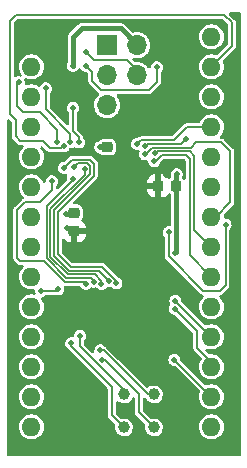
<source format=gbr>
%TF.GenerationSoftware,KiCad,Pcbnew,6.0.11-2627ca5db0~126~ubuntu22.04.1*%
%TF.CreationDate,2024-02-09T08:46:32-05:00*%
%TF.ProjectId,HP8656B_fractional-n_microprocessor,48503836-3536-4425-9f66-72616374696f,rev?*%
%TF.SameCoordinates,Original*%
%TF.FileFunction,Copper,L2,Bot*%
%TF.FilePolarity,Positive*%
%FSLAX46Y46*%
G04 Gerber Fmt 4.6, Leading zero omitted, Abs format (unit mm)*
G04 Created by KiCad (PCBNEW 6.0.11-2627ca5db0~126~ubuntu22.04.1) date 2024-02-09 08:46:32*
%MOMM*%
%LPD*%
G01*
G04 APERTURE LIST*
G04 Aperture macros list*
%AMRoundRect*
0 Rectangle with rounded corners*
0 $1 Rounding radius*
0 $2 $3 $4 $5 $6 $7 $8 $9 X,Y pos of 4 corners*
0 Add a 4 corners polygon primitive as box body*
4,1,4,$2,$3,$4,$5,$6,$7,$8,$9,$2,$3,0*
0 Add four circle primitives for the rounded corners*
1,1,$1+$1,$2,$3*
1,1,$1+$1,$4,$5*
1,1,$1+$1,$6,$7*
1,1,$1+$1,$8,$9*
0 Add four rect primitives between the rounded corners*
20,1,$1+$1,$2,$3,$4,$5,0*
20,1,$1+$1,$4,$5,$6,$7,0*
20,1,$1+$1,$6,$7,$8,$9,0*
20,1,$1+$1,$8,$9,$2,$3,0*%
G04 Aperture macros list end*
%TA.AperFunction,ComponentPad*%
%ADD10R,1.600000X1.600000*%
%TD*%
%TA.AperFunction,ComponentPad*%
%ADD11O,1.600000X1.600000*%
%TD*%
%TA.AperFunction,ComponentPad*%
%ADD12R,1.700000X1.700000*%
%TD*%
%TA.AperFunction,ComponentPad*%
%ADD13O,1.700000X1.700000*%
%TD*%
%TA.AperFunction,SMDPad,CuDef*%
%ADD14C,1.000000*%
%TD*%
%TA.AperFunction,SMDPad,CuDef*%
%ADD15RoundRect,0.225000X0.250000X-0.225000X0.250000X0.225000X-0.250000X0.225000X-0.250000X-0.225000X0*%
%TD*%
%TA.AperFunction,SMDPad,CuDef*%
%ADD16RoundRect,0.225000X0.225000X0.250000X-0.225000X0.250000X-0.225000X-0.250000X0.225000X-0.250000X0*%
%TD*%
%TA.AperFunction,SMDPad,CuDef*%
%ADD17RoundRect,0.225000X-0.250000X0.225000X-0.250000X-0.225000X0.250000X-0.225000X0.250000X0.225000X0*%
%TD*%
%TA.AperFunction,ViaPad*%
%ADD18C,0.508000*%
%TD*%
%TA.AperFunction,Conductor*%
%ADD19C,0.152400*%
%TD*%
%TA.AperFunction,Conductor*%
%ADD20C,0.381000*%
%TD*%
%TA.AperFunction,Conductor*%
%ADD21C,0.254000*%
%TD*%
G04 APERTURE END LIST*
D10*
%TO.P,U2,1,GND*%
%TO.N,GND*%
X129336800Y-32842200D03*
D11*
%TO.P,U2,2,INT*%
%TO.N,/SERIAL_CLK*%
X129336800Y-35382200D03*
%TO.P,U2,3,VCC*%
%TO.N,+5V*%
X129336800Y-37922200D03*
%TO.P,U2,4,EXTAL*%
%TO.N,/EXTAL*%
X129336800Y-40462200D03*
%TO.P,U2,5,XTAL*%
%TO.N,/XTAL*%
X129336800Y-43002200D03*
%TO.P,U2,6,VPROG*%
%TO.N,unconnected-(U2-Pad6)*%
X129336800Y-45542200D03*
%TO.P,U2,7,TIMER*%
%TO.N,+5V*%
X129336800Y-48082200D03*
%TO.P,U2,8,PC0*%
%TO.N,/PC0*%
X129336800Y-50622200D03*
%TO.P,U2,9,PC1*%
%TO.N,/SERIAL_DATA*%
X129336800Y-53162200D03*
%TO.P,U2,10,PC2*%
%TO.N,/T26*%
X129336800Y-55702200D03*
%TO.P,U2,11,PC3*%
%TO.N,/OUT_OF_LOCK*%
X129336800Y-58242200D03*
%TO.P,U2,12,PB0*%
%TO.N,/FM_ENABLE*%
X129336800Y-60782200D03*
%TO.P,U2,13,PB1*%
%TO.N,/B+C (H)*%
X129336800Y-63322200D03*
%TO.P,U2,14,PB2*%
%TO.N,/S (L)*%
X129336800Y-65862200D03*
%TO.P,U2,15,PB3*%
%TO.N,/FM_CAL_ADD_CYCL*%
X144576800Y-65862200D03*
%TO.P,U2,16,PB4*%
%TO.N,/TEST_NO_FM_CAL*%
X144576800Y-63322200D03*
%TO.P,U2,17,PB5*%
%TO.N,/TEST_LF_LOOP_FIXED*%
X144576800Y-60782200D03*
%TO.P,U2,18,PB6*%
%TO.N,/TEST_SIG_ANALYSIS*%
X144576800Y-58242200D03*
%TO.P,U2,19,PB7*%
%TO.N,/TEST_UNUSED*%
X144576800Y-55702200D03*
%TO.P,U2,20,PA0*%
%TO.N,/DATA_BIT1*%
X144576800Y-53162200D03*
%TO.P,U2,21,PA1*%
%TO.N,/DATA_BIT2*%
X144576800Y-50622200D03*
%TO.P,U2,22,PA2*%
%TO.N,/DATA_BIT4*%
X144576800Y-48082200D03*
%TO.P,U2,23,PA3*%
%TO.N,/DATA_BIT8*%
X144576800Y-45542200D03*
%TO.P,U2,24,PA4*%
%TO.N,/DATA_CLK*%
X144576800Y-43002200D03*
%TO.P,U2,25,PA5*%
%TO.N,/DATA_VALID*%
X144576800Y-40462200D03*
%TO.P,U2,26,PA6*%
%TO.N,/FM_DC_ENABLE*%
X144576800Y-37922200D03*
%TO.P,U2,27,PA7*%
%TO.N,/FM_OFF*%
X144576800Y-35382200D03*
%TO.P,U2,28,RESET*%
%TO.N,/RESET*%
X144576800Y-32842200D03*
%TD*%
D12*
%TO.P,J1,1,Pin_1*%
%TO.N,/FM_CAL_ADD_CYCL*%
X135758000Y-33543000D03*
D13*
%TO.P,J1,2,Pin_2*%
%TO.N,+5V*%
X138298000Y-33543000D03*
%TO.P,J1,3,Pin_3*%
%TO.N,/B+C (H)*%
X135758000Y-36083000D03*
%TO.P,J1,4,Pin_4*%
%TO.N,/S (L)*%
X138298000Y-36083000D03*
%TO.P,J1,5,Pin_5*%
%TO.N,/RESET*%
X135758000Y-38623000D03*
%TO.P,J1,6,Pin_6*%
%TO.N,GND*%
X138298000Y-38623000D03*
%TD*%
D14*
%TO.P,TP3,1,1*%
%TO.N,/PF0*%
X137160000Y-63119000D03*
%TD*%
D15*
%TO.P,C3,1*%
%TO.N,+5V*%
X135763000Y-42177000D03*
%TO.P,C3,2*%
%TO.N,GND*%
X135763000Y-40627000D03*
%TD*%
D14*
%TO.P,TP4,1,1*%
%TO.N,/PF1*%
X137160000Y-65913000D03*
%TD*%
%TO.P,TP2,1,1*%
%TO.N,/PE2*%
X139700000Y-65913000D03*
%TD*%
D16*
%TO.P,C1,1*%
%TO.N,+5V*%
X141618000Y-45466000D03*
%TO.P,C1,2*%
%TO.N,GND*%
X140068000Y-45466000D03*
%TD*%
D14*
%TO.P,TP1,1,1*%
%TO.N,/PC6*%
X139700000Y-63119000D03*
%TD*%
D17*
%TO.P,C2,1*%
%TO.N,+5V*%
X132969000Y-47739000D03*
%TO.P,C2,2*%
%TO.N,GND*%
X132969000Y-49289000D03*
%TD*%
D18*
%TO.N,/SERIAL_CLK*%
X131521890Y-41732390D03*
X128270000Y-36703000D03*
%TO.N,/SERIAL_DATA*%
X131572000Y-54229000D03*
X130175000Y-54356000D03*
%TO.N,/B+C (H)*%
X140957800Y-49403000D03*
X145772603Y-48744603D03*
%TO.N,/S (L)*%
X133985000Y-34163000D03*
%TO.N,/TEST_NO_FM_CAL*%
X133836856Y-44017680D03*
X141441903Y-60187303D03*
X135267891Y-53758698D03*
%TO.N,/TEST_LF_LOOP_FIXED*%
X141459718Y-55850476D03*
X132935841Y-43883184D03*
X135894485Y-53551692D03*
%TO.N,/TEST_SIG_ANALYSIS*%
X132080000Y-43942000D03*
X136534823Y-53711177D03*
X141528800Y-55194200D03*
%TO.N,/DATA_BIT1*%
X139743818Y-43362814D03*
%TO.N,/DATA_BIT2*%
X139827000Y-42696900D03*
%TO.N,/DATA_CLK*%
X133350000Y-41783000D03*
X132855140Y-38848860D03*
%TO.N,/DATA_VALID*%
X138303000Y-41910000D03*
%TO.N,/FM_DC_ENABLE*%
X130556000Y-37211000D03*
X132620089Y-41762901D03*
X139954000Y-35433000D03*
X133985000Y-35306000D03*
%TO.N,/FM_OFF*%
X132060834Y-42113193D03*
%TO.N,GND*%
X132310603Y-48998603D03*
X136271000Y-51943000D03*
X140714522Y-44566775D03*
X139573000Y-50292000D03*
X136553437Y-41536495D03*
%TO.N,+5V*%
X132302112Y-47879000D03*
X141640932Y-44485932D03*
X135178735Y-42175599D03*
X141503900Y-51181000D03*
X132842000Y-35306000D03*
%TO.N,/DATA_BIT8*%
X138978103Y-42123897D03*
X142417800Y-41524994D03*
%TO.N,/DATA_BIT4*%
X138958821Y-42783517D03*
%TO.N,/PC6*%
X132825116Y-44847884D03*
X135174794Y-59389206D03*
X134638691Y-53559754D03*
%TO.N,/PE2*%
X133959600Y-53746400D03*
X131064000Y-45085000D03*
X135278397Y-60174603D03*
%TO.N,/PF0*%
X133451100Y-58166000D03*
%TO.N,/PF1*%
X132715000Y-58801000D03*
%TD*%
D19*
%TO.N,/SERIAL_CLK*%
X128143000Y-36830000D02*
X128143000Y-38735000D01*
X130048000Y-39243000D02*
X131521890Y-40716890D01*
X128270000Y-36703000D02*
X128143000Y-36830000D01*
X131521890Y-40716890D02*
X131521890Y-41732390D01*
X128143000Y-38735000D02*
X128651000Y-39243000D01*
X128651000Y-39243000D02*
X130048000Y-39243000D01*
%TO.N,/SERIAL_DATA*%
X131572000Y-54229000D02*
X131445000Y-54356000D01*
X131445000Y-54356000D02*
X130175000Y-54356000D01*
%TO.N,/B+C (H)*%
X140957800Y-51422800D02*
X143891000Y-54356000D01*
X145288000Y-54356000D02*
X145772603Y-53871397D01*
X140957800Y-49403000D02*
X140957800Y-51422800D01*
X143891000Y-54356000D02*
X145288000Y-54356000D01*
X145772603Y-53871397D02*
X145772603Y-48744603D01*
%TO.N,/S (L)*%
X134620000Y-34798000D02*
X137414000Y-34798000D01*
X133985000Y-34163000D02*
X134620000Y-34798000D01*
X137414000Y-34798000D02*
X138298000Y-35682000D01*
X138298000Y-35682000D02*
X138298000Y-36083000D01*
%TO.N,/TEST_NO_FM_CAL*%
X135267891Y-53479891D02*
X134747000Y-52959000D01*
X135267891Y-53758698D02*
X135267891Y-53479891D01*
X141441903Y-60187303D02*
X144576800Y-63322200D01*
X134747000Y-52959000D02*
X132434104Y-52959000D01*
X130937000Y-47434500D02*
X133836856Y-44534644D01*
X130937000Y-51461896D02*
X130937000Y-47434500D01*
X133836856Y-44534644D02*
X133836856Y-44017680D01*
X132434104Y-52959000D02*
X130937000Y-51461896D01*
%TO.N,/TEST_LF_LOOP_FIXED*%
X135077200Y-52654200D02*
X132560356Y-52654200D01*
X133283945Y-43535080D02*
X132935841Y-43883184D01*
X144576800Y-60388500D02*
X144576800Y-60782200D01*
X143383000Y-57785000D02*
X143383000Y-59194700D01*
X141459718Y-55861718D02*
X143383000Y-57785000D01*
X143383000Y-59194700D02*
X144576800Y-60388500D01*
X134319456Y-44483096D02*
X134319456Y-43817780D01*
X134036756Y-43535080D02*
X133283945Y-43535080D01*
X135894485Y-53551692D02*
X135894485Y-53471485D01*
X132560356Y-52654200D02*
X131267200Y-51361044D01*
X134319456Y-43817780D02*
X134036756Y-43535080D01*
X131267200Y-51361044D02*
X131267200Y-47535352D01*
X131267200Y-47535352D02*
X134319456Y-44483096D01*
X141459718Y-55850476D02*
X141459718Y-55861718D01*
X135894485Y-53471485D02*
X135077200Y-52654200D01*
%TO.N,/TEST_SIG_ANALYSIS*%
X135349293Y-52324000D02*
X136534823Y-53509530D01*
X131572000Y-47661604D02*
X131572000Y-51234792D01*
X132080000Y-43942000D02*
X132791720Y-43230280D01*
X134624256Y-44609348D02*
X131572000Y-47661604D01*
X136534823Y-53509530D02*
X136534823Y-53711177D01*
X134289280Y-43230280D02*
X134624256Y-43565256D01*
X132791720Y-43230280D02*
X134289280Y-43230280D01*
X132661208Y-52324000D02*
X135349293Y-52324000D01*
X141528800Y-55194200D02*
X144576800Y-58242200D01*
X134624256Y-43565256D02*
X134624256Y-44609348D01*
X131572000Y-51234792D02*
X132661208Y-52324000D01*
%TO.N,/DATA_BIT1*%
X139743818Y-43362814D02*
X139898186Y-43362814D01*
X142417800Y-42849800D02*
X142748000Y-43180000D01*
X140411200Y-42849800D02*
X142417800Y-42849800D01*
X139898186Y-43362814D02*
X140411200Y-42849800D01*
X142748000Y-43180000D02*
X142748000Y-51333400D01*
X142748000Y-51333400D02*
X144576800Y-53162200D01*
%TO.N,/DATA_BIT2*%
X144576800Y-50622200D02*
X143129000Y-49174400D01*
X142748000Y-42545000D02*
X139978900Y-42545000D01*
X139978900Y-42545000D02*
X139827000Y-42696900D01*
X143129000Y-49174400D02*
X143129000Y-42926000D01*
X143129000Y-42926000D02*
X142748000Y-42545000D01*
%TO.N,/DATA_CLK*%
X132842000Y-40843948D02*
X132842000Y-38862000D01*
X132842000Y-38862000D02*
X132855140Y-38848860D01*
X133350000Y-41783000D02*
X133350000Y-41351948D01*
X133350000Y-41351948D02*
X132842000Y-40843948D01*
%TO.N,/DATA_VALID*%
X141401800Y-41605200D02*
X142544800Y-40462200D01*
X142544800Y-40462200D02*
X144576800Y-40462200D01*
X138607800Y-41605200D02*
X141401800Y-41605200D01*
X138303000Y-41910000D02*
X138607800Y-41605200D01*
%TO.N,/FM_DC_ENABLE*%
X130556000Y-38989000D02*
X130556000Y-37211000D01*
X135255000Y-37338000D02*
X139319000Y-37338000D01*
X132620089Y-41053089D02*
X130556000Y-38989000D01*
X139954000Y-36703000D02*
X139954000Y-35433000D01*
X134493000Y-35814000D02*
X134493000Y-36576000D01*
X139319000Y-37338000D02*
X139954000Y-36703000D01*
X132620089Y-41762901D02*
X132620089Y-41053089D01*
X133985000Y-35306000D02*
X134493000Y-35814000D01*
X134493000Y-36576000D02*
X135255000Y-37338000D01*
%TO.N,/FM_OFF*%
X132060834Y-42113193D02*
X131883027Y-42291000D01*
X128016000Y-30988000D02*
X145669000Y-30988000D01*
X145669000Y-30988000D02*
X146304000Y-31623000D01*
X127508000Y-31496000D02*
X128016000Y-30988000D01*
X128016000Y-39903026D02*
X127508000Y-39395026D01*
X146304000Y-33655000D02*
X144576800Y-35382200D01*
X131883027Y-42291000D02*
X130937000Y-42291000D01*
X146304000Y-31623000D02*
X146304000Y-33655000D01*
X128016000Y-41275000D02*
X128016000Y-39903026D01*
X130302000Y-41656000D02*
X128397000Y-41656000D01*
X128397000Y-41656000D02*
X128016000Y-41275000D01*
X130937000Y-42291000D02*
X130302000Y-41656000D01*
X127508000Y-39395026D02*
X127508000Y-31496000D01*
D20*
%TO.N,+5V*%
X133604000Y-32131000D02*
X136886000Y-32131000D01*
X135763000Y-42177000D02*
X135180136Y-42177000D01*
D21*
X141605000Y-44521864D02*
X141640932Y-44485932D01*
X132829000Y-47879000D02*
X132969000Y-47739000D01*
D20*
X141605000Y-51079900D02*
X141605000Y-44521864D01*
X136886000Y-32131000D02*
X138298000Y-33543000D01*
X132842000Y-32893000D02*
X133604000Y-32131000D01*
D21*
X141503900Y-51181000D02*
X141605000Y-51079900D01*
D20*
X132302112Y-47879000D02*
X132829000Y-47879000D01*
D21*
X135180136Y-42177000D02*
X135178735Y-42175599D01*
D20*
X132842000Y-35306000D02*
X132842000Y-32893000D01*
D19*
%TO.N,/DATA_BIT8*%
X142417800Y-41524994D02*
X142032794Y-41910000D01*
X139192000Y-41910000D02*
X138978103Y-42123897D01*
X142032794Y-41910000D02*
X139192000Y-41910000D01*
%TO.N,/DATA_BIT4*%
X146177000Y-42545000D02*
X146177000Y-46863000D01*
X143256000Y-41783000D02*
X145415000Y-41783000D01*
X145415000Y-41783000D02*
X146177000Y-42545000D01*
X139135841Y-42606497D02*
X139178003Y-42606497D01*
X142824200Y-42214800D02*
X143256000Y-41783000D01*
X138958821Y-42783517D02*
X139135841Y-42606497D01*
X144957800Y-48082200D02*
X144576800Y-48082200D01*
X146177000Y-46863000D02*
X144957800Y-48082200D01*
X139569700Y-42214800D02*
X142824200Y-42214800D01*
X139178003Y-42606497D02*
X139569700Y-42214800D01*
%TO.N,/PC6*%
X139700000Y-63119000D02*
X139175294Y-63119000D01*
X134342737Y-53263800D02*
X132307852Y-53263800D01*
X132825116Y-44974884D02*
X132825116Y-44847884D01*
X130632200Y-47167800D02*
X132825116Y-44974884D01*
X132307852Y-53263800D02*
X130632200Y-51588148D01*
X134638691Y-53559754D02*
X134342737Y-53263800D01*
X139175294Y-63119000D02*
X135445500Y-59389206D01*
X130632200Y-51588148D02*
X130632200Y-47167800D01*
X135445500Y-59389206D02*
X135174794Y-59389206D01*
%TO.N,/PE2*%
X131064000Y-45085000D02*
X131064000Y-45847000D01*
X131064000Y-45847000D02*
X130048000Y-46863000D01*
X130429000Y-51816000D02*
X132207000Y-53594000D01*
X130048000Y-46863000D02*
X128778000Y-46863000D01*
X132207000Y-53594000D02*
X133807200Y-53594000D01*
X128397000Y-51816000D02*
X130429000Y-51816000D01*
X135529139Y-60174603D02*
X138430000Y-63075464D01*
X128143000Y-47498000D02*
X128143000Y-51562000D01*
X135278397Y-60174603D02*
X135529139Y-60174603D01*
X133807200Y-53594000D02*
X133959600Y-53746400D01*
X138430000Y-64643000D02*
X139700000Y-65913000D01*
X128143000Y-51562000D02*
X128397000Y-51816000D01*
X138430000Y-63075464D02*
X138430000Y-64643000D01*
X128778000Y-46863000D02*
X128143000Y-47498000D01*
%TO.N,/PF0*%
X137160000Y-62738000D02*
X137160000Y-63119000D01*
X133451100Y-58166000D02*
X133451100Y-59029100D01*
X133451100Y-59029100D02*
X137160000Y-62738000D01*
%TO.N,/PF1*%
X132715000Y-58801000D02*
X132715000Y-59055000D01*
X136144000Y-62484000D02*
X136144000Y-64897000D01*
X132715000Y-59055000D02*
X136144000Y-62484000D01*
X136144000Y-64897000D02*
X137160000Y-65913000D01*
%TD*%
%TA.AperFunction,Conductor*%
%TO.N,GND*%
G36*
X147007621Y-30754502D02*
G01*
X147054114Y-30808158D01*
X147065500Y-30860500D01*
X147065500Y-68199500D01*
X147045498Y-68267621D01*
X146991842Y-68314114D01*
X146939500Y-68325500D01*
X127380500Y-68325500D01*
X127312379Y-68305498D01*
X127265886Y-68251842D01*
X127254500Y-68199500D01*
X127254500Y-65847406D01*
X128277301Y-65847406D01*
X128294606Y-66053478D01*
X128351607Y-66252266D01*
X128354425Y-66257748D01*
X128354426Y-66257752D01*
X128443314Y-66430709D01*
X128443317Y-66430713D01*
X128446134Y-66436195D01*
X128574586Y-66598261D01*
X128579279Y-66602255D01*
X128579280Y-66602256D01*
X128632166Y-66647265D01*
X128732071Y-66732291D01*
X128912589Y-66833180D01*
X129109266Y-66897084D01*
X129314609Y-66921570D01*
X129320744Y-66921098D01*
X129320746Y-66921098D01*
X129514656Y-66906177D01*
X129514660Y-66906176D01*
X129520798Y-66905704D01*
X129719978Y-66850092D01*
X129725482Y-66847312D01*
X129725484Y-66847311D01*
X129899062Y-66759631D01*
X129899064Y-66759630D01*
X129904563Y-66756852D01*
X130067522Y-66629534D01*
X130071548Y-66624870D01*
X130071551Y-66624867D01*
X130198619Y-66477657D01*
X130198620Y-66477655D01*
X130202648Y-66472989D01*
X130304795Y-66293179D01*
X130370070Y-66096953D01*
X130395989Y-65891786D01*
X130396402Y-65862200D01*
X130376222Y-65656389D01*
X130316451Y-65458417D01*
X130219365Y-65275825D01*
X130215474Y-65271055D01*
X130215472Y-65271051D01*
X130092558Y-65120343D01*
X130092555Y-65120340D01*
X130088663Y-65115568D01*
X130081766Y-65109862D01*
X129934071Y-64987678D01*
X129934066Y-64987675D01*
X129929322Y-64983750D01*
X129923903Y-64980820D01*
X129923900Y-64980818D01*
X129752832Y-64888322D01*
X129752827Y-64888320D01*
X129747412Y-64885392D01*
X129549863Y-64824240D01*
X129543738Y-64823596D01*
X129543737Y-64823596D01*
X129350326Y-64803268D01*
X129350324Y-64803268D01*
X129344197Y-64802624D01*
X129218029Y-64814106D01*
X129144391Y-64820807D01*
X129144390Y-64820807D01*
X129138250Y-64821366D01*
X128939866Y-64879754D01*
X128934401Y-64882611D01*
X128762061Y-64972708D01*
X128762057Y-64972711D01*
X128756601Y-64975563D01*
X128595435Y-65105143D01*
X128462508Y-65263560D01*
X128362882Y-65444778D01*
X128300353Y-65641896D01*
X128299667Y-65648013D01*
X128299666Y-65648017D01*
X128296804Y-65673536D01*
X128277301Y-65847406D01*
X127254500Y-65847406D01*
X127254500Y-63307406D01*
X128277301Y-63307406D01*
X128280259Y-63342627D01*
X128285838Y-63409061D01*
X128294606Y-63513478D01*
X128351607Y-63712266D01*
X128354425Y-63717748D01*
X128354426Y-63717752D01*
X128443314Y-63890709D01*
X128443317Y-63890713D01*
X128446134Y-63896195D01*
X128574586Y-64058261D01*
X128732071Y-64192291D01*
X128912589Y-64293180D01*
X129109266Y-64357084D01*
X129314609Y-64381570D01*
X129320744Y-64381098D01*
X129320746Y-64381098D01*
X129514656Y-64366177D01*
X129514660Y-64366176D01*
X129520798Y-64365704D01*
X129719978Y-64310092D01*
X129725482Y-64307312D01*
X129725484Y-64307311D01*
X129899062Y-64219631D01*
X129899064Y-64219630D01*
X129904563Y-64216852D01*
X130067522Y-64089534D01*
X130071548Y-64084870D01*
X130071551Y-64084867D01*
X130198619Y-63937657D01*
X130198620Y-63937655D01*
X130202648Y-63932989D01*
X130304795Y-63753179D01*
X130351788Y-63611911D01*
X130368125Y-63562801D01*
X130368126Y-63562798D01*
X130370070Y-63556953D01*
X130395989Y-63351786D01*
X130396402Y-63322200D01*
X130376222Y-63116389D01*
X130316451Y-62918417D01*
X130251208Y-62795712D01*
X130222259Y-62741267D01*
X130222257Y-62741264D01*
X130219365Y-62735825D01*
X130215474Y-62731055D01*
X130215472Y-62731051D01*
X130092558Y-62580343D01*
X130092555Y-62580340D01*
X130088663Y-62575568D01*
X130081766Y-62569862D01*
X129934071Y-62447678D01*
X129934066Y-62447675D01*
X129929322Y-62443750D01*
X129923903Y-62440820D01*
X129923900Y-62440818D01*
X129752832Y-62348322D01*
X129752827Y-62348320D01*
X129747412Y-62345392D01*
X129549863Y-62284240D01*
X129543738Y-62283596D01*
X129543737Y-62283596D01*
X129350326Y-62263268D01*
X129350324Y-62263268D01*
X129344197Y-62262624D01*
X129218029Y-62274106D01*
X129144391Y-62280807D01*
X129144390Y-62280807D01*
X129138250Y-62281366D01*
X128939866Y-62339754D01*
X128934401Y-62342611D01*
X128762061Y-62432708D01*
X128762057Y-62432711D01*
X128756601Y-62435563D01*
X128595435Y-62565143D01*
X128462508Y-62723560D01*
X128362882Y-62904778D01*
X128300353Y-63101896D01*
X128299667Y-63108013D01*
X128299666Y-63108017D01*
X128296056Y-63140200D01*
X128277301Y-63307406D01*
X127254500Y-63307406D01*
X127254500Y-60767406D01*
X128277301Y-60767406D01*
X128294606Y-60973478D01*
X128351607Y-61172266D01*
X128354425Y-61177748D01*
X128354426Y-61177752D01*
X128443314Y-61350709D01*
X128443317Y-61350713D01*
X128446134Y-61356195D01*
X128574586Y-61518261D01*
X128732071Y-61652291D01*
X128912589Y-61753180D01*
X129109266Y-61817084D01*
X129314609Y-61841570D01*
X129320744Y-61841098D01*
X129320746Y-61841098D01*
X129514656Y-61826177D01*
X129514660Y-61826176D01*
X129520798Y-61825704D01*
X129719978Y-61770092D01*
X129725482Y-61767312D01*
X129725484Y-61767311D01*
X129899062Y-61679631D01*
X129899064Y-61679630D01*
X129904563Y-61676852D01*
X130067522Y-61549534D01*
X130071548Y-61544870D01*
X130071551Y-61544867D01*
X130198619Y-61397657D01*
X130198620Y-61397655D01*
X130202648Y-61392989D01*
X130304795Y-61213179D01*
X130370070Y-61016953D01*
X130395989Y-60811786D01*
X130396402Y-60782200D01*
X130376222Y-60576389D01*
X130316451Y-60378417D01*
X130267908Y-60287121D01*
X130222259Y-60201267D01*
X130222257Y-60201264D01*
X130219365Y-60195825D01*
X130215474Y-60191055D01*
X130215472Y-60191051D01*
X130092558Y-60040343D01*
X130092555Y-60040340D01*
X130088663Y-60035568D01*
X130081766Y-60029862D01*
X129934071Y-59907678D01*
X129934066Y-59907675D01*
X129929322Y-59903750D01*
X129923903Y-59900820D01*
X129923900Y-59900818D01*
X129752832Y-59808322D01*
X129752827Y-59808320D01*
X129747412Y-59805392D01*
X129549863Y-59744240D01*
X129543738Y-59743596D01*
X129543737Y-59743596D01*
X129350326Y-59723268D01*
X129350324Y-59723268D01*
X129344197Y-59722624D01*
X129218029Y-59734106D01*
X129144391Y-59740807D01*
X129144390Y-59740807D01*
X129138250Y-59741366D01*
X128939866Y-59799754D01*
X128934401Y-59802611D01*
X128762061Y-59892708D01*
X128762057Y-59892711D01*
X128756601Y-59895563D01*
X128595435Y-60025143D01*
X128462508Y-60183560D01*
X128362882Y-60364778D01*
X128300353Y-60561896D01*
X128299667Y-60568013D01*
X128299666Y-60568017D01*
X128285487Y-60694424D01*
X128277301Y-60767406D01*
X127254500Y-60767406D01*
X127254500Y-58227406D01*
X128277301Y-58227406D01*
X128282948Y-58294647D01*
X128293181Y-58416504D01*
X128294606Y-58433478D01*
X128351607Y-58632266D01*
X128354425Y-58637748D01*
X128354426Y-58637752D01*
X128443314Y-58810709D01*
X128443317Y-58810713D01*
X128446134Y-58816195D01*
X128574586Y-58978261D01*
X128579279Y-58982255D01*
X128579280Y-58982256D01*
X128726039Y-59107157D01*
X128732071Y-59112291D01*
X128912589Y-59213180D01*
X129109266Y-59277084D01*
X129314609Y-59301570D01*
X129320744Y-59301098D01*
X129320746Y-59301098D01*
X129514656Y-59286177D01*
X129514660Y-59286176D01*
X129520798Y-59285704D01*
X129719978Y-59230092D01*
X129725482Y-59227312D01*
X129725484Y-59227311D01*
X129899062Y-59139631D01*
X129899064Y-59139630D01*
X129904563Y-59136852D01*
X130067522Y-59009534D01*
X130071548Y-59004870D01*
X130071551Y-59004867D01*
X130198619Y-58857657D01*
X130198620Y-58857655D01*
X130202648Y-58852989D01*
X130235747Y-58794724D01*
X132201309Y-58794724D01*
X132202473Y-58803626D01*
X132202473Y-58803629D01*
X132212490Y-58880230D01*
X132220195Y-58939152D01*
X132223809Y-58947365D01*
X132223810Y-58947369D01*
X132249111Y-59004867D01*
X132278859Y-59072474D01*
X132284634Y-59079344D01*
X132284635Y-59079346D01*
X132314854Y-59115296D01*
X132372583Y-59183973D01*
X132380053Y-59188945D01*
X132380057Y-59188949D01*
X132404909Y-59205491D01*
X132444209Y-59247377D01*
X132457761Y-59270849D01*
X132466204Y-59277933D01*
X132466206Y-59277936D01*
X132487164Y-59295522D01*
X132495268Y-59302948D01*
X135776395Y-62584075D01*
X135810421Y-62646387D01*
X135813300Y-62673170D01*
X135813300Y-64877051D01*
X135812821Y-64888032D01*
X135809476Y-64926267D01*
X135819409Y-64963339D01*
X135821784Y-64974053D01*
X135828449Y-65011851D01*
X135833960Y-65021396D01*
X135835231Y-65024889D01*
X135836806Y-65028267D01*
X135839660Y-65038916D01*
X135845984Y-65047947D01*
X135845985Y-65047950D01*
X135861673Y-65070355D01*
X135867578Y-65079624D01*
X135886761Y-65112849D01*
X135895204Y-65119933D01*
X135895206Y-65119936D01*
X135916164Y-65137522D01*
X135924268Y-65144948D01*
X136390544Y-65611224D01*
X136424570Y-65673536D01*
X136423924Y-65729217D01*
X136422015Y-65734463D01*
X136400800Y-65902399D01*
X136417318Y-66070862D01*
X136470748Y-66231479D01*
X136558435Y-66376267D01*
X136563326Y-66381332D01*
X136563327Y-66381333D01*
X136587062Y-66405911D01*
X136676021Y-66498031D01*
X136817660Y-66590717D01*
X136976315Y-66649720D01*
X136983296Y-66650651D01*
X136983298Y-66650652D01*
X137137118Y-66671176D01*
X137137122Y-66671176D01*
X137144099Y-66672107D01*
X137151110Y-66671469D01*
X137151114Y-66671469D01*
X137305652Y-66657405D01*
X137312673Y-66656766D01*
X137473659Y-66604458D01*
X137619056Y-66517784D01*
X137741638Y-66401052D01*
X137745539Y-66395181D01*
X137831410Y-66265935D01*
X137831411Y-66265933D01*
X137835311Y-66260063D01*
X137895420Y-66101824D01*
X137918978Y-65934200D01*
X137919274Y-65913000D01*
X137900406Y-65744784D01*
X137844738Y-65584929D01*
X137755038Y-65441379D01*
X137635764Y-65321269D01*
X137492844Y-65230569D01*
X137465442Y-65220812D01*
X137340016Y-65176149D01*
X137340011Y-65176148D01*
X137333381Y-65173787D01*
X137326395Y-65172954D01*
X137326391Y-65172953D01*
X137207287Y-65158751D01*
X137165301Y-65153745D01*
X137158298Y-65154481D01*
X137158297Y-65154481D01*
X137116796Y-65158843D01*
X136996957Y-65171438D01*
X136990288Y-65173708D01*
X136990285Y-65173709D01*
X136988507Y-65174314D01*
X136987299Y-65174365D01*
X136983407Y-65175221D01*
X136983257Y-65174537D01*
X136917575Y-65177330D01*
X136858810Y-65144130D01*
X136511605Y-64796925D01*
X136477579Y-64734613D01*
X136474700Y-64707830D01*
X136474700Y-63804228D01*
X136494702Y-63736107D01*
X136548358Y-63689614D01*
X136618632Y-63679510D01*
X136675564Y-63704729D01*
X136676021Y-63704031D01*
X136681914Y-63707887D01*
X136681916Y-63707889D01*
X136711720Y-63727392D01*
X136817660Y-63796717D01*
X136976315Y-63855720D01*
X136983296Y-63856651D01*
X136983298Y-63856652D01*
X137137118Y-63877176D01*
X137137122Y-63877176D01*
X137144099Y-63878107D01*
X137151110Y-63877469D01*
X137151114Y-63877469D01*
X137305652Y-63863405D01*
X137312673Y-63862766D01*
X137473659Y-63810458D01*
X137619056Y-63723784D01*
X137741638Y-63607052D01*
X137745539Y-63601181D01*
X137831410Y-63471935D01*
X137831411Y-63471933D01*
X137835311Y-63466063D01*
X137855512Y-63412883D01*
X137898400Y-63356305D01*
X137965069Y-63331895D01*
X138034351Y-63347404D01*
X138084249Y-63397908D01*
X138099300Y-63457626D01*
X138099300Y-64623051D01*
X138098821Y-64634032D01*
X138095476Y-64672267D01*
X138105409Y-64709339D01*
X138107784Y-64720053D01*
X138114449Y-64757851D01*
X138119960Y-64767396D01*
X138121231Y-64770889D01*
X138122806Y-64774267D01*
X138125660Y-64784916D01*
X138131984Y-64793947D01*
X138131985Y-64793950D01*
X138147673Y-64816355D01*
X138153578Y-64825624D01*
X138172761Y-64858849D01*
X138181204Y-64865933D01*
X138181206Y-64865936D01*
X138202164Y-64883522D01*
X138210268Y-64890948D01*
X138930544Y-65611224D01*
X138964570Y-65673536D01*
X138963924Y-65729217D01*
X138962015Y-65734463D01*
X138940800Y-65902399D01*
X138957318Y-66070862D01*
X139010748Y-66231479D01*
X139098435Y-66376267D01*
X139103326Y-66381332D01*
X139103327Y-66381333D01*
X139127062Y-66405911D01*
X139216021Y-66498031D01*
X139357660Y-66590717D01*
X139516315Y-66649720D01*
X139523296Y-66650651D01*
X139523298Y-66650652D01*
X139677118Y-66671176D01*
X139677122Y-66671176D01*
X139684099Y-66672107D01*
X139691110Y-66671469D01*
X139691114Y-66671469D01*
X139845652Y-66657405D01*
X139852673Y-66656766D01*
X140013659Y-66604458D01*
X140159056Y-66517784D01*
X140281638Y-66401052D01*
X140285539Y-66395181D01*
X140371410Y-66265935D01*
X140371411Y-66265933D01*
X140375311Y-66260063D01*
X140435420Y-66101824D01*
X140458978Y-65934200D01*
X140459274Y-65913000D01*
X140451917Y-65847406D01*
X143517301Y-65847406D01*
X143534606Y-66053478D01*
X143591607Y-66252266D01*
X143594425Y-66257748D01*
X143594426Y-66257752D01*
X143683314Y-66430709D01*
X143683317Y-66430713D01*
X143686134Y-66436195D01*
X143814586Y-66598261D01*
X143819279Y-66602255D01*
X143819280Y-66602256D01*
X143872166Y-66647265D01*
X143972071Y-66732291D01*
X144152589Y-66833180D01*
X144349266Y-66897084D01*
X144554609Y-66921570D01*
X144560744Y-66921098D01*
X144560746Y-66921098D01*
X144754656Y-66906177D01*
X144754660Y-66906176D01*
X144760798Y-66905704D01*
X144959978Y-66850092D01*
X144965482Y-66847312D01*
X144965484Y-66847311D01*
X145139062Y-66759631D01*
X145139064Y-66759630D01*
X145144563Y-66756852D01*
X145307522Y-66629534D01*
X145311548Y-66624870D01*
X145311551Y-66624867D01*
X145438619Y-66477657D01*
X145438620Y-66477655D01*
X145442648Y-66472989D01*
X145544795Y-66293179D01*
X145610070Y-66096953D01*
X145635989Y-65891786D01*
X145636402Y-65862200D01*
X145616222Y-65656389D01*
X145556451Y-65458417D01*
X145459365Y-65275825D01*
X145455474Y-65271055D01*
X145455472Y-65271051D01*
X145332558Y-65120343D01*
X145332555Y-65120340D01*
X145328663Y-65115568D01*
X145321766Y-65109862D01*
X145174071Y-64987678D01*
X145174066Y-64987675D01*
X145169322Y-64983750D01*
X145163903Y-64980820D01*
X145163900Y-64980818D01*
X144992832Y-64888322D01*
X144992827Y-64888320D01*
X144987412Y-64885392D01*
X144789863Y-64824240D01*
X144783738Y-64823596D01*
X144783737Y-64823596D01*
X144590326Y-64803268D01*
X144590324Y-64803268D01*
X144584197Y-64802624D01*
X144458029Y-64814106D01*
X144384391Y-64820807D01*
X144384390Y-64820807D01*
X144378250Y-64821366D01*
X144179866Y-64879754D01*
X144174401Y-64882611D01*
X144002061Y-64972708D01*
X144002057Y-64972711D01*
X143996601Y-64975563D01*
X143835435Y-65105143D01*
X143702508Y-65263560D01*
X143602882Y-65444778D01*
X143540353Y-65641896D01*
X143539667Y-65648013D01*
X143539666Y-65648017D01*
X143536804Y-65673536D01*
X143517301Y-65847406D01*
X140451917Y-65847406D01*
X140440406Y-65744784D01*
X140384738Y-65584929D01*
X140295038Y-65441379D01*
X140175764Y-65321269D01*
X140032844Y-65230569D01*
X140005442Y-65220812D01*
X139880016Y-65176149D01*
X139880011Y-65176148D01*
X139873381Y-65173787D01*
X139866395Y-65172954D01*
X139866391Y-65172953D01*
X139747287Y-65158751D01*
X139705301Y-65153745D01*
X139698298Y-65154481D01*
X139698297Y-65154481D01*
X139656796Y-65158843D01*
X139536957Y-65171438D01*
X139530288Y-65173708D01*
X139530285Y-65173709D01*
X139528507Y-65174314D01*
X139527299Y-65174365D01*
X139523407Y-65175221D01*
X139523257Y-65174537D01*
X139457575Y-65177330D01*
X139398810Y-65144130D01*
X138797605Y-64542925D01*
X138763579Y-64480613D01*
X138760700Y-64453830D01*
X138760700Y-63477182D01*
X138780702Y-63409061D01*
X138834358Y-63362568D01*
X138904632Y-63352464D01*
X138965072Y-63379488D01*
X138968989Y-63381749D01*
X138974968Y-63386766D01*
X139008363Y-63430444D01*
X139008523Y-63430791D01*
X139010748Y-63437479D01*
X139098435Y-63582267D01*
X139103326Y-63587332D01*
X139103327Y-63587333D01*
X139127062Y-63611911D01*
X139216021Y-63704031D01*
X139357660Y-63796717D01*
X139516315Y-63855720D01*
X139523296Y-63856651D01*
X139523298Y-63856652D01*
X139677118Y-63877176D01*
X139677122Y-63877176D01*
X139684099Y-63878107D01*
X139691110Y-63877469D01*
X139691114Y-63877469D01*
X139845652Y-63863405D01*
X139852673Y-63862766D01*
X140013659Y-63810458D01*
X140159056Y-63723784D01*
X140281638Y-63607052D01*
X140285539Y-63601181D01*
X140371410Y-63471935D01*
X140371411Y-63471933D01*
X140375311Y-63466063D01*
X140435420Y-63307824D01*
X140458978Y-63140200D01*
X140459274Y-63119000D01*
X140440406Y-62950784D01*
X140384738Y-62790929D01*
X140295038Y-62647379D01*
X140175764Y-62527269D01*
X140164911Y-62520381D01*
X140121245Y-62492670D01*
X140032844Y-62436569D01*
X140005442Y-62426812D01*
X139880016Y-62382149D01*
X139880011Y-62382148D01*
X139873381Y-62379787D01*
X139866395Y-62378954D01*
X139866391Y-62378953D01*
X139747287Y-62364751D01*
X139705301Y-62359745D01*
X139698298Y-62360481D01*
X139698297Y-62360481D01*
X139543965Y-62376701D01*
X139543961Y-62376702D01*
X139536957Y-62377438D01*
X139530286Y-62379709D01*
X139383387Y-62429717D01*
X139383384Y-62429718D01*
X139376717Y-62431988D01*
X139370719Y-62435678D01*
X139370717Y-62435679D01*
X139238543Y-62516993D01*
X139238541Y-62516995D01*
X139232544Y-62520684D01*
X139227511Y-62525613D01*
X139226703Y-62526404D01*
X139226060Y-62526746D01*
X139221961Y-62529949D01*
X139221398Y-62529229D01*
X139164038Y-62559775D01*
X139093279Y-62553969D01*
X139049450Y-62525476D01*
X136705001Y-60181027D01*
X140928212Y-60181027D01*
X140929376Y-60189929D01*
X140929376Y-60189932D01*
X140934406Y-60228397D01*
X140947098Y-60325455D01*
X140950712Y-60333668D01*
X140950713Y-60333672D01*
X140970402Y-60378417D01*
X141005762Y-60458777D01*
X141099486Y-60570276D01*
X141117883Y-60582522D01*
X141213264Y-60646013D01*
X141213266Y-60646014D01*
X141220737Y-60650987D01*
X141359767Y-60694424D01*
X141432781Y-60695762D01*
X141500522Y-60717009D01*
X141519566Y-60732646D01*
X143570100Y-62783180D01*
X143604126Y-62845492D01*
X143601107Y-62910373D01*
X143588288Y-62950784D01*
X143540353Y-63101896D01*
X143539667Y-63108013D01*
X143539666Y-63108017D01*
X143536056Y-63140200D01*
X143517301Y-63307406D01*
X143520259Y-63342627D01*
X143525838Y-63409061D01*
X143534606Y-63513478D01*
X143591607Y-63712266D01*
X143594425Y-63717748D01*
X143594426Y-63717752D01*
X143683314Y-63890709D01*
X143683317Y-63890713D01*
X143686134Y-63896195D01*
X143814586Y-64058261D01*
X143972071Y-64192291D01*
X144152589Y-64293180D01*
X144349266Y-64357084D01*
X144554609Y-64381570D01*
X144560744Y-64381098D01*
X144560746Y-64381098D01*
X144754656Y-64366177D01*
X144754660Y-64366176D01*
X144760798Y-64365704D01*
X144959978Y-64310092D01*
X144965482Y-64307312D01*
X144965484Y-64307311D01*
X145139062Y-64219631D01*
X145139064Y-64219630D01*
X145144563Y-64216852D01*
X145307522Y-64089534D01*
X145311548Y-64084870D01*
X145311551Y-64084867D01*
X145438619Y-63937657D01*
X145438620Y-63937655D01*
X145442648Y-63932989D01*
X145544795Y-63753179D01*
X145591788Y-63611911D01*
X145608125Y-63562801D01*
X145608126Y-63562798D01*
X145610070Y-63556953D01*
X145635989Y-63351786D01*
X145636402Y-63322200D01*
X145616222Y-63116389D01*
X145556451Y-62918417D01*
X145491208Y-62795712D01*
X145462259Y-62741267D01*
X145462257Y-62741264D01*
X145459365Y-62735825D01*
X145455474Y-62731055D01*
X145455472Y-62731051D01*
X145332558Y-62580343D01*
X145332555Y-62580340D01*
X145328663Y-62575568D01*
X145321766Y-62569862D01*
X145174071Y-62447678D01*
X145174066Y-62447675D01*
X145169322Y-62443750D01*
X145163903Y-62440820D01*
X145163900Y-62440818D01*
X144992832Y-62348322D01*
X144992827Y-62348320D01*
X144987412Y-62345392D01*
X144789863Y-62284240D01*
X144783738Y-62283596D01*
X144783737Y-62283596D01*
X144590326Y-62263268D01*
X144590324Y-62263268D01*
X144584197Y-62262624D01*
X144458029Y-62274106D01*
X144384391Y-62280807D01*
X144384390Y-62280807D01*
X144378250Y-62281366D01*
X144179866Y-62339754D01*
X144174407Y-62342608D01*
X144173721Y-62342885D01*
X144103067Y-62349854D01*
X144037432Y-62315152D01*
X141991992Y-60269712D01*
X141957966Y-60207400D01*
X141955593Y-60190514D01*
X141955632Y-60187303D01*
X141934983Y-60043116D01*
X141928957Y-60029862D01*
X141878411Y-59918693D01*
X141878410Y-59918691D01*
X141874695Y-59910521D01*
X141779616Y-59800176D01*
X141657388Y-59720951D01*
X141517837Y-59679217D01*
X141508861Y-59679162D01*
X141508860Y-59679162D01*
X141447547Y-59678788D01*
X141372182Y-59678327D01*
X141232132Y-59718354D01*
X141224545Y-59723141D01*
X141224543Y-59723142D01*
X141198185Y-59739773D01*
X141108945Y-59796079D01*
X141012525Y-59905254D01*
X140950622Y-60037103D01*
X140949242Y-60045968D01*
X140949241Y-60045970D01*
X140947902Y-60054573D01*
X140928212Y-60181027D01*
X136705001Y-60181027D01*
X135693448Y-59169474D01*
X135686022Y-59161370D01*
X135668436Y-59140412D01*
X135668433Y-59140410D01*
X135661349Y-59131967D01*
X135628125Y-59112784D01*
X135618854Y-59106879D01*
X135591304Y-59087588D01*
X135568122Y-59066623D01*
X135518368Y-59008881D01*
X135512507Y-59002079D01*
X135390279Y-58922854D01*
X135250728Y-58881120D01*
X135241752Y-58881065D01*
X135241751Y-58881065D01*
X135180438Y-58880691D01*
X135105073Y-58880230D01*
X134965023Y-58920257D01*
X134957436Y-58925044D01*
X134957434Y-58925045D01*
X134935076Y-58939152D01*
X134841836Y-58997982D01*
X134745416Y-59107157D01*
X134741602Y-59115280D01*
X134741601Y-59115282D01*
X134695727Y-59212991D01*
X134683513Y-59239006D01*
X134682133Y-59247871D01*
X134682132Y-59247873D01*
X134662719Y-59372554D01*
X134661103Y-59382930D01*
X134662267Y-59391832D01*
X134662267Y-59391836D01*
X134671487Y-59462345D01*
X134660486Y-59532484D01*
X134613312Y-59585541D01*
X134544941Y-59604671D01*
X134477081Y-59583800D01*
X134457460Y-59567779D01*
X133818705Y-58929025D01*
X133784679Y-58866713D01*
X133781800Y-58839930D01*
X133781800Y-58607006D01*
X133801802Y-58538885D01*
X133814385Y-58522451D01*
X133870973Y-58459934D01*
X133870974Y-58459932D01*
X133877001Y-58453274D01*
X133883722Y-58439403D01*
X133936595Y-58330272D01*
X133936595Y-58330271D01*
X133940510Y-58322191D01*
X133964676Y-58178552D01*
X133964829Y-58166000D01*
X133947146Y-58042522D01*
X133945454Y-58030706D01*
X133945453Y-58030703D01*
X133944180Y-58021813D01*
X133940462Y-58013635D01*
X133887608Y-57897390D01*
X133887607Y-57897388D01*
X133883892Y-57889218D01*
X133788813Y-57778873D01*
X133666585Y-57699648D01*
X133527034Y-57657914D01*
X133518058Y-57657859D01*
X133518057Y-57657859D01*
X133456744Y-57657485D01*
X133381379Y-57657024D01*
X133241329Y-57697051D01*
X133118142Y-57774776D01*
X133021722Y-57883951D01*
X132959819Y-58015800D01*
X132958439Y-58024665D01*
X132958438Y-58024667D01*
X132957532Y-58030487D01*
X132937409Y-58159724D01*
X132938574Y-58168632D01*
X132938538Y-58171567D01*
X132917707Y-58239439D01*
X132863488Y-58285274D01*
X132795857Y-58294386D01*
X132790934Y-58292914D01*
X132781961Y-58292859D01*
X132781960Y-58292859D01*
X132716909Y-58292462D01*
X132645279Y-58292024D01*
X132505229Y-58332051D01*
X132382042Y-58409776D01*
X132285622Y-58518951D01*
X132281808Y-58527074D01*
X132281807Y-58527076D01*
X132229845Y-58637752D01*
X132223719Y-58650800D01*
X132222339Y-58659665D01*
X132222338Y-58659667D01*
X132219400Y-58678540D01*
X132201309Y-58794724D01*
X130235747Y-58794724D01*
X130304795Y-58673179D01*
X130349468Y-58538885D01*
X130368125Y-58482801D01*
X130368126Y-58482798D01*
X130370070Y-58476953D01*
X130395989Y-58271786D01*
X130396402Y-58242200D01*
X130376222Y-58036389D01*
X130316451Y-57838417D01*
X130267908Y-57747121D01*
X130222259Y-57661267D01*
X130222257Y-57661264D01*
X130219365Y-57655825D01*
X130215474Y-57651055D01*
X130215472Y-57651051D01*
X130092558Y-57500343D01*
X130092555Y-57500340D01*
X130088663Y-57495568D01*
X130081766Y-57489862D01*
X129934071Y-57367678D01*
X129934066Y-57367675D01*
X129929322Y-57363750D01*
X129923903Y-57360820D01*
X129923900Y-57360818D01*
X129752832Y-57268322D01*
X129752827Y-57268320D01*
X129747412Y-57265392D01*
X129549863Y-57204240D01*
X129543738Y-57203596D01*
X129543737Y-57203596D01*
X129350326Y-57183268D01*
X129350324Y-57183268D01*
X129344197Y-57182624D01*
X129218029Y-57194106D01*
X129144391Y-57200807D01*
X129144390Y-57200807D01*
X129138250Y-57201366D01*
X128939866Y-57259754D01*
X128934401Y-57262611D01*
X128762061Y-57352708D01*
X128762057Y-57352711D01*
X128756601Y-57355563D01*
X128595435Y-57485143D01*
X128462508Y-57643560D01*
X128362882Y-57824778D01*
X128300353Y-58021896D01*
X128299667Y-58028013D01*
X128299666Y-58028017D01*
X128298727Y-58036389D01*
X128277301Y-58227406D01*
X127254500Y-58227406D01*
X127254500Y-51591267D01*
X127808476Y-51591267D01*
X127818409Y-51628339D01*
X127820785Y-51639057D01*
X127825145Y-51663782D01*
X127827449Y-51676851D01*
X127832960Y-51686396D01*
X127834231Y-51689889D01*
X127835806Y-51693267D01*
X127838660Y-51703916D01*
X127844984Y-51712947D01*
X127844985Y-51712950D01*
X127860673Y-51735355D01*
X127866578Y-51744624D01*
X127885761Y-51777849D01*
X127894204Y-51784933D01*
X127894206Y-51784936D01*
X127915164Y-51802522D01*
X127923268Y-51809948D01*
X128149052Y-52035732D01*
X128156478Y-52043836D01*
X128174063Y-52064793D01*
X128174066Y-52064796D01*
X128181151Y-52073239D01*
X128190698Y-52078751D01*
X128214383Y-52092426D01*
X128223639Y-52098322D01*
X128255083Y-52120340D01*
X128265735Y-52123194D01*
X128269114Y-52124770D01*
X128272603Y-52126040D01*
X128282149Y-52131551D01*
X128319945Y-52138216D01*
X128330661Y-52140591D01*
X128367733Y-52150524D01*
X128378708Y-52149564D01*
X128378709Y-52149564D01*
X128405968Y-52147179D01*
X128416949Y-52146700D01*
X128559077Y-52146700D01*
X128627198Y-52166702D01*
X128673691Y-52220358D01*
X128683795Y-52290632D01*
X128654301Y-52355212D01*
X128638028Y-52370897D01*
X128600239Y-52401279D01*
X128600230Y-52401287D01*
X128595435Y-52405143D01*
X128462508Y-52563560D01*
X128362882Y-52744778D01*
X128300353Y-52941896D01*
X128277301Y-53147406D01*
X128278543Y-53162200D01*
X128293601Y-53341506D01*
X128294606Y-53353478D01*
X128351607Y-53552266D01*
X128354425Y-53557748D01*
X128354426Y-53557752D01*
X128443314Y-53730709D01*
X128443317Y-53730713D01*
X128446134Y-53736195D01*
X128574586Y-53898261D01*
X128579279Y-53902255D01*
X128579280Y-53902256D01*
X128723857Y-54025300D01*
X128732071Y-54032291D01*
X128912589Y-54133180D01*
X129109266Y-54197084D01*
X129314609Y-54221570D01*
X129320744Y-54221098D01*
X129320746Y-54221098D01*
X129436695Y-54212176D01*
X129520798Y-54205704D01*
X129520881Y-54206786D01*
X129585511Y-54213995D01*
X129640614Y-54258764D01*
X129662766Y-54326216D01*
X129662413Y-54331871D01*
X129662800Y-54331876D01*
X129662690Y-54340853D01*
X129661309Y-54349724D01*
X129662473Y-54358626D01*
X129662473Y-54358629D01*
X129679031Y-54485251D01*
X129680195Y-54494152D01*
X129683810Y-54502368D01*
X129684568Y-54505082D01*
X129683622Y-54576072D01*
X129644446Y-54635281D01*
X129579478Y-54663911D01*
X129550008Y-54662862D01*
X129549863Y-54664240D01*
X129350326Y-54643268D01*
X129350324Y-54643268D01*
X129344197Y-54642624D01*
X129219027Y-54654015D01*
X129144391Y-54660807D01*
X129144390Y-54660807D01*
X129138250Y-54661366D01*
X128939866Y-54719754D01*
X128934401Y-54722611D01*
X128762061Y-54812708D01*
X128762057Y-54812711D01*
X128756601Y-54815563D01*
X128595435Y-54945143D01*
X128462508Y-55103560D01*
X128362882Y-55284778D01*
X128300353Y-55481896D01*
X128299667Y-55488013D01*
X128299666Y-55488017D01*
X128290647Y-55568427D01*
X128277301Y-55687406D01*
X128278382Y-55700276D01*
X128291216Y-55853105D01*
X128294606Y-55893478D01*
X128351607Y-56092266D01*
X128354425Y-56097748D01*
X128354426Y-56097752D01*
X128443314Y-56270709D01*
X128443317Y-56270713D01*
X128446134Y-56276195D01*
X128574586Y-56438261D01*
X128732071Y-56572291D01*
X128912589Y-56673180D01*
X129109266Y-56737084D01*
X129314609Y-56761570D01*
X129320744Y-56761098D01*
X129320746Y-56761098D01*
X129514656Y-56746177D01*
X129514660Y-56746176D01*
X129520798Y-56745704D01*
X129719978Y-56690092D01*
X129725482Y-56687312D01*
X129725484Y-56687311D01*
X129899062Y-56599631D01*
X129899064Y-56599630D01*
X129904563Y-56596852D01*
X130067522Y-56469534D01*
X130071548Y-56464870D01*
X130071551Y-56464867D01*
X130198619Y-56317657D01*
X130198620Y-56317655D01*
X130202648Y-56312989D01*
X130304795Y-56133179D01*
X130370070Y-55936953D01*
X130381788Y-55844200D01*
X140946027Y-55844200D01*
X140947191Y-55853102D01*
X140947191Y-55853105D01*
X140957356Y-55930834D01*
X140964913Y-55988628D01*
X140968527Y-55996841D01*
X140968528Y-55996845D01*
X141007908Y-56086340D01*
X141023577Y-56121950D01*
X141029352Y-56128820D01*
X141029353Y-56128822D01*
X141037522Y-56138540D01*
X141117301Y-56233449D01*
X141124778Y-56238426D01*
X141231079Y-56309186D01*
X141231081Y-56309187D01*
X141238552Y-56314160D01*
X141377582Y-56357597D01*
X141439143Y-56358725D01*
X141506885Y-56379972D01*
X141525929Y-56395609D01*
X143015395Y-57885075D01*
X143049421Y-57947387D01*
X143052300Y-57974170D01*
X143052300Y-59174751D01*
X143051821Y-59185732D01*
X143049683Y-59210174D01*
X143048476Y-59223967D01*
X143058409Y-59261039D01*
X143060784Y-59271753D01*
X143067449Y-59309551D01*
X143072960Y-59319096D01*
X143074231Y-59322589D01*
X143075806Y-59325967D01*
X143078660Y-59336616D01*
X143084984Y-59345647D01*
X143084985Y-59345650D01*
X143100673Y-59368055D01*
X143106578Y-59377324D01*
X143125761Y-59410549D01*
X143134204Y-59417633D01*
X143134206Y-59417636D01*
X143155164Y-59435222D01*
X143163268Y-59442648D01*
X143712881Y-59992261D01*
X143746907Y-60054573D01*
X143741842Y-60125388D01*
X143720307Y-60162348D01*
X143706468Y-60178840D01*
X143706466Y-60178844D01*
X143702508Y-60183560D01*
X143602882Y-60364778D01*
X143540353Y-60561896D01*
X143539667Y-60568013D01*
X143539666Y-60568017D01*
X143525487Y-60694424D01*
X143517301Y-60767406D01*
X143534606Y-60973478D01*
X143591607Y-61172266D01*
X143594425Y-61177748D01*
X143594426Y-61177752D01*
X143683314Y-61350709D01*
X143683317Y-61350713D01*
X143686134Y-61356195D01*
X143814586Y-61518261D01*
X143972071Y-61652291D01*
X144152589Y-61753180D01*
X144349266Y-61817084D01*
X144554609Y-61841570D01*
X144560744Y-61841098D01*
X144560746Y-61841098D01*
X144754656Y-61826177D01*
X144754660Y-61826176D01*
X144760798Y-61825704D01*
X144959978Y-61770092D01*
X144965482Y-61767312D01*
X144965484Y-61767311D01*
X145139062Y-61679631D01*
X145139064Y-61679630D01*
X145144563Y-61676852D01*
X145307522Y-61549534D01*
X145311548Y-61544870D01*
X145311551Y-61544867D01*
X145438619Y-61397657D01*
X145438620Y-61397655D01*
X145442648Y-61392989D01*
X145544795Y-61213179D01*
X145610070Y-61016953D01*
X145635989Y-60811786D01*
X145636402Y-60782200D01*
X145616222Y-60576389D01*
X145556451Y-60378417D01*
X145507908Y-60287121D01*
X145462259Y-60201267D01*
X145462257Y-60201264D01*
X145459365Y-60195825D01*
X145455474Y-60191055D01*
X145455472Y-60191051D01*
X145332558Y-60040343D01*
X145332555Y-60040340D01*
X145328663Y-60035568D01*
X145321766Y-60029862D01*
X145174071Y-59907678D01*
X145174066Y-59907675D01*
X145169322Y-59903750D01*
X145163903Y-59900820D01*
X145163900Y-59900818D01*
X144992832Y-59808322D01*
X144992827Y-59808320D01*
X144987412Y-59805392D01*
X144789863Y-59744240D01*
X144783738Y-59743596D01*
X144783737Y-59743596D01*
X144590326Y-59723268D01*
X144590324Y-59723268D01*
X144584197Y-59722624D01*
X144454532Y-59734424D01*
X144384879Y-59720678D01*
X144354018Y-59698038D01*
X144103852Y-59447872D01*
X144069826Y-59385560D01*
X144074891Y-59314745D01*
X144117438Y-59257909D01*
X144183958Y-59233098D01*
X144231883Y-59238944D01*
X144349266Y-59277084D01*
X144554609Y-59301570D01*
X144560744Y-59301098D01*
X144560746Y-59301098D01*
X144754656Y-59286177D01*
X144754660Y-59286176D01*
X144760798Y-59285704D01*
X144959978Y-59230092D01*
X144965482Y-59227312D01*
X144965484Y-59227311D01*
X145139062Y-59139631D01*
X145139064Y-59139630D01*
X145144563Y-59136852D01*
X145307522Y-59009534D01*
X145311548Y-59004870D01*
X145311551Y-59004867D01*
X145438619Y-58857657D01*
X145438620Y-58857655D01*
X145442648Y-58852989D01*
X145544795Y-58673179D01*
X145589468Y-58538885D01*
X145608125Y-58482801D01*
X145608126Y-58482798D01*
X145610070Y-58476953D01*
X145635989Y-58271786D01*
X145636402Y-58242200D01*
X145616222Y-58036389D01*
X145556451Y-57838417D01*
X145507908Y-57747121D01*
X145462259Y-57661267D01*
X145462257Y-57661264D01*
X145459365Y-57655825D01*
X145455474Y-57651055D01*
X145455472Y-57651051D01*
X145332558Y-57500343D01*
X145332555Y-57500340D01*
X145328663Y-57495568D01*
X145321766Y-57489862D01*
X145174071Y-57367678D01*
X145174066Y-57367675D01*
X145169322Y-57363750D01*
X145163903Y-57360820D01*
X145163900Y-57360818D01*
X144992832Y-57268322D01*
X144992827Y-57268320D01*
X144987412Y-57265392D01*
X144789863Y-57204240D01*
X144783738Y-57203596D01*
X144783737Y-57203596D01*
X144590326Y-57183268D01*
X144590324Y-57183268D01*
X144584197Y-57182624D01*
X144458029Y-57194106D01*
X144384391Y-57200807D01*
X144384390Y-57200807D01*
X144378250Y-57201366D01*
X144179866Y-57259754D01*
X144174407Y-57262608D01*
X144173721Y-57262885D01*
X144103067Y-57269854D01*
X144037432Y-57235152D01*
X142078889Y-55276609D01*
X142044863Y-55214297D01*
X142042490Y-55197411D01*
X142042529Y-55194200D01*
X142030322Y-55108961D01*
X142023154Y-55058906D01*
X142023153Y-55058903D01*
X142021880Y-55050013D01*
X142018162Y-55041835D01*
X141965308Y-54925590D01*
X141965307Y-54925588D01*
X141961592Y-54917418D01*
X141866513Y-54807073D01*
X141744285Y-54727848D01*
X141604734Y-54686114D01*
X141595758Y-54686059D01*
X141595757Y-54686059D01*
X141534444Y-54685685D01*
X141459079Y-54685224D01*
X141319029Y-54725251D01*
X141311442Y-54730038D01*
X141311440Y-54730039D01*
X141245177Y-54771848D01*
X141195842Y-54802976D01*
X141189900Y-54809704D01*
X141181086Y-54819684D01*
X141099422Y-54912151D01*
X141095608Y-54920274D01*
X141095607Y-54920276D01*
X141076796Y-54960343D01*
X141037519Y-55044000D01*
X141036139Y-55052865D01*
X141036138Y-55052867D01*
X141027079Y-55111051D01*
X141015109Y-55187924D01*
X141016273Y-55196826D01*
X141016273Y-55196829D01*
X141021303Y-55235294D01*
X141033995Y-55332352D01*
X141037610Y-55340567D01*
X141037610Y-55340568D01*
X141069659Y-55413403D01*
X141078787Y-55483810D01*
X141048771Y-55547558D01*
X141030340Y-55568427D01*
X140968437Y-55700276D01*
X140967057Y-55709141D01*
X140967056Y-55709143D01*
X140963531Y-55731786D01*
X140946027Y-55844200D01*
X130381788Y-55844200D01*
X130395989Y-55731786D01*
X130396402Y-55702200D01*
X130376222Y-55496389D01*
X130316451Y-55298417D01*
X130262436Y-55196829D01*
X130222259Y-55121267D01*
X130222257Y-55121264D01*
X130219365Y-55115825D01*
X130215474Y-55111055D01*
X130215472Y-55111051D01*
X130178528Y-55065754D01*
X130150974Y-55000322D01*
X130163169Y-54930381D01*
X130211242Y-54878136D01*
X130243028Y-54864555D01*
X130274726Y-54855913D01*
X130379026Y-54827477D01*
X130391719Y-54819684D01*
X130495506Y-54755959D01*
X130495507Y-54755958D01*
X130503154Y-54751263D01*
X130524080Y-54728144D01*
X130584622Y-54691064D01*
X130617495Y-54686700D01*
X131312733Y-54686700D01*
X131350063Y-54695151D01*
X131350834Y-54692684D01*
X131489864Y-54736121D01*
X131635498Y-54738790D01*
X131710760Y-54718271D01*
X131767363Y-54702839D01*
X131767364Y-54702839D01*
X131776026Y-54700477D01*
X131784701Y-54695151D01*
X131841396Y-54660340D01*
X131900154Y-54624263D01*
X131910133Y-54613239D01*
X131991873Y-54522934D01*
X131991874Y-54522933D01*
X131997901Y-54516274D01*
X132003324Y-54505082D01*
X132057495Y-54393272D01*
X132057495Y-54393271D01*
X132061410Y-54385191D01*
X132083535Y-54253685D01*
X132084770Y-54246344D01*
X132084770Y-54246341D01*
X132085576Y-54241552D01*
X132085729Y-54229000D01*
X132065080Y-54084813D01*
X132065031Y-54084706D01*
X132065108Y-54018168D01*
X132103559Y-53958485D01*
X132168174Y-53929066D01*
X132177758Y-53928806D01*
X132177733Y-53928524D01*
X132215968Y-53925179D01*
X132226949Y-53924700D01*
X133400244Y-53924700D01*
X133468365Y-53944702D01*
X133515572Y-53999951D01*
X133519534Y-54008954D01*
X133523459Y-54017874D01*
X133529234Y-54024744D01*
X133529235Y-54024746D01*
X133611403Y-54122497D01*
X133617183Y-54129373D01*
X133625650Y-54135009D01*
X133730961Y-54205110D01*
X133730963Y-54205111D01*
X133738434Y-54210084D01*
X133877464Y-54253521D01*
X134023098Y-54256190D01*
X134135750Y-54225477D01*
X134154963Y-54220239D01*
X134154964Y-54220239D01*
X134163626Y-54217877D01*
X134171959Y-54212761D01*
X134260073Y-54158659D01*
X134287754Y-54141663D01*
X134345710Y-54077635D01*
X134406250Y-54040556D01*
X134476697Y-54041925D01*
X134556555Y-54066875D01*
X134702189Y-54069544D01*
X134710853Y-54067182D01*
X134756776Y-54054662D01*
X134827759Y-54056042D01*
X134886369Y-54095150D01*
X134919320Y-54134350D01*
X134925474Y-54141671D01*
X134932951Y-54146648D01*
X135039252Y-54217408D01*
X135039254Y-54217409D01*
X135046725Y-54222382D01*
X135185755Y-54265819D01*
X135331389Y-54268488D01*
X135412611Y-54246344D01*
X135463254Y-54232537D01*
X135463255Y-54232537D01*
X135471917Y-54230175D01*
X135480250Y-54225059D01*
X135556965Y-54177956D01*
X135596045Y-54153961D01*
X135656794Y-54086846D01*
X135717333Y-54049768D01*
X135787780Y-54051137D01*
X135812349Y-54058813D01*
X135957983Y-54061482D01*
X136048617Y-54036772D01*
X136119599Y-54038151D01*
X136178208Y-54077260D01*
X136192406Y-54094150D01*
X136199883Y-54099127D01*
X136306184Y-54169887D01*
X136306186Y-54169888D01*
X136313657Y-54174861D01*
X136452687Y-54218298D01*
X136598321Y-54220967D01*
X136668585Y-54201811D01*
X136730186Y-54185016D01*
X136730187Y-54185016D01*
X136738849Y-54182654D01*
X136747182Y-54177538D01*
X136816796Y-54134795D01*
X136862977Y-54106440D01*
X136869597Y-54099127D01*
X136954696Y-54005111D01*
X136954697Y-54005110D01*
X136960724Y-53998451D01*
X136966637Y-53986248D01*
X137020318Y-53875449D01*
X137020318Y-53875448D01*
X137024233Y-53867368D01*
X137048399Y-53723729D01*
X137048552Y-53711177D01*
X137027903Y-53566990D01*
X137023703Y-53557752D01*
X136971331Y-53442567D01*
X136971330Y-53442565D01*
X136967615Y-53434395D01*
X136872536Y-53324050D01*
X136796455Y-53274736D01*
X136757839Y-53249706D01*
X136757837Y-53249705D01*
X136750308Y-53244825D01*
X136746629Y-53243725D01*
X136713789Y-53220815D01*
X135597241Y-52104268D01*
X135589815Y-52096164D01*
X135572229Y-52075206D01*
X135572226Y-52075204D01*
X135565142Y-52066761D01*
X135531918Y-52047578D01*
X135522648Y-52041673D01*
X135500243Y-52025985D01*
X135500240Y-52025984D01*
X135491209Y-52019660D01*
X135480560Y-52016806D01*
X135477182Y-52015231D01*
X135473689Y-52013960D01*
X135464144Y-52008449D01*
X135453291Y-52006535D01*
X135453290Y-52006535D01*
X135442193Y-52004578D01*
X135426346Y-52001784D01*
X135415632Y-51999409D01*
X135378560Y-51989476D01*
X135367585Y-51990436D01*
X135367584Y-51990436D01*
X135340325Y-51992821D01*
X135329344Y-51993300D01*
X132850380Y-51993300D01*
X132782259Y-51973298D01*
X132761285Y-51956396D01*
X131939605Y-51134717D01*
X131905580Y-51072404D01*
X131902700Y-51045621D01*
X131902700Y-50030951D01*
X131922702Y-49962830D01*
X131976358Y-49916337D01*
X132046632Y-49906233D01*
X132111212Y-49935727D01*
X132135843Y-49964645D01*
X132136791Y-49966177D01*
X132145824Y-49977574D01*
X132256429Y-50087986D01*
X132267840Y-50096998D01*
X132400880Y-50179004D01*
X132414061Y-50185151D01*
X132562814Y-50234491D01*
X132576190Y-50237358D01*
X132667097Y-50246672D01*
X132673513Y-50247000D01*
X132696885Y-50247000D01*
X132712124Y-50242525D01*
X132713329Y-50241135D01*
X132715000Y-50233452D01*
X132715000Y-50228885D01*
X133223000Y-50228885D01*
X133227475Y-50244124D01*
X133228865Y-50245329D01*
X133236548Y-50247000D01*
X133264438Y-50247000D01*
X133270953Y-50246663D01*
X133363057Y-50237106D01*
X133376456Y-50234212D01*
X133525107Y-50184619D01*
X133538286Y-50178445D01*
X133671173Y-50096212D01*
X133682574Y-50087176D01*
X133792986Y-49976571D01*
X133801998Y-49965160D01*
X133884004Y-49832120D01*
X133890151Y-49818939D01*
X133939491Y-49670186D01*
X133942358Y-49656810D01*
X133951672Y-49565903D01*
X133951929Y-49560874D01*
X133947525Y-49545876D01*
X133946135Y-49544671D01*
X133938452Y-49543000D01*
X133241115Y-49543000D01*
X133225876Y-49547475D01*
X133224671Y-49548865D01*
X133223000Y-49556548D01*
X133223000Y-50228885D01*
X132715000Y-50228885D01*
X132715000Y-49161000D01*
X132735002Y-49092879D01*
X132788658Y-49046386D01*
X132841000Y-49035000D01*
X133933885Y-49035000D01*
X133949124Y-49030525D01*
X133950329Y-49029135D01*
X133952000Y-49021452D01*
X133952000Y-49018562D01*
X133951663Y-49012047D01*
X133942106Y-48919943D01*
X133939212Y-48906544D01*
X133889619Y-48757893D01*
X133883445Y-48744714D01*
X133801212Y-48611827D01*
X133792176Y-48600426D01*
X133681571Y-48490014D01*
X133670160Y-48481002D01*
X133623898Y-48452486D01*
X133576405Y-48399714D01*
X133564981Y-48329642D01*
X133589188Y-48269661D01*
X133638532Y-48203821D01*
X133638534Y-48203818D01*
X133643917Y-48196635D01*
X133692130Y-48068024D01*
X133698500Y-48009389D01*
X133698499Y-47468612D01*
X133698130Y-47465212D01*
X133692984Y-47417834D01*
X133692983Y-47417830D01*
X133692130Y-47409976D01*
X133656667Y-47315376D01*
X133647068Y-47289770D01*
X133647067Y-47289769D01*
X133643917Y-47281365D01*
X133638537Y-47274186D01*
X133638535Y-47274183D01*
X133566923Y-47178633D01*
X133561544Y-47171456D01*
X133554367Y-47166077D01*
X133458817Y-47094465D01*
X133458814Y-47094463D01*
X133451635Y-47089083D01*
X133443230Y-47085932D01*
X133330419Y-47043642D01*
X133330418Y-47043642D01*
X133323024Y-47040870D01*
X133315174Y-47040017D01*
X133315173Y-47040017D01*
X133267786Y-47034869D01*
X133267785Y-47034869D01*
X133264389Y-47034500D01*
X132970974Y-47034500D01*
X132902853Y-47014498D01*
X132856360Y-46960842D01*
X132846256Y-46890568D01*
X132875750Y-46825988D01*
X132881879Y-46819405D01*
X133939846Y-45761438D01*
X139110000Y-45761438D01*
X139110337Y-45767953D01*
X139119894Y-45860057D01*
X139122788Y-45873456D01*
X139172381Y-46022107D01*
X139178555Y-46035286D01*
X139260788Y-46168173D01*
X139269824Y-46179574D01*
X139380429Y-46289986D01*
X139391840Y-46298998D01*
X139524880Y-46381004D01*
X139538061Y-46387151D01*
X139686814Y-46436491D01*
X139700190Y-46439358D01*
X139791097Y-46448672D01*
X139796126Y-46448929D01*
X139811124Y-46444525D01*
X139812329Y-46443135D01*
X139814000Y-46435452D01*
X139814000Y-45738115D01*
X139809525Y-45722876D01*
X139808135Y-45721671D01*
X139800452Y-45720000D01*
X139128115Y-45720000D01*
X139112876Y-45724475D01*
X139111671Y-45725865D01*
X139110000Y-45733548D01*
X139110000Y-45761438D01*
X133939846Y-45761438D01*
X134507399Y-45193885D01*
X139110000Y-45193885D01*
X139114475Y-45209124D01*
X139115865Y-45210329D01*
X139123548Y-45212000D01*
X139795885Y-45212000D01*
X139811124Y-45207525D01*
X139812329Y-45206135D01*
X139814000Y-45198452D01*
X139814000Y-44501115D01*
X139809525Y-44485876D01*
X139808135Y-44484671D01*
X139800452Y-44483000D01*
X139797562Y-44483000D01*
X139791047Y-44483337D01*
X139698943Y-44492894D01*
X139685544Y-44495788D01*
X139536893Y-44545381D01*
X139523714Y-44551555D01*
X139390827Y-44633788D01*
X139379426Y-44642824D01*
X139269014Y-44753429D01*
X139260002Y-44764840D01*
X139177996Y-44897880D01*
X139171849Y-44911061D01*
X139122509Y-45059814D01*
X139119642Y-45073190D01*
X139110328Y-45164097D01*
X139110000Y-45170514D01*
X139110000Y-45193885D01*
X134507399Y-45193885D01*
X134843988Y-44857296D01*
X134852092Y-44849870D01*
X134873050Y-44832284D01*
X134873052Y-44832281D01*
X134881495Y-44825197D01*
X134900678Y-44791972D01*
X134906583Y-44782703D01*
X134922271Y-44760298D01*
X134922272Y-44760295D01*
X134928596Y-44751264D01*
X134931450Y-44740615D01*
X134933025Y-44737237D01*
X134934296Y-44733744D01*
X134939807Y-44724199D01*
X134946472Y-44686401D01*
X134948847Y-44675687D01*
X134958780Y-44638615D01*
X134955435Y-44600380D01*
X134954956Y-44589399D01*
X134954956Y-43585205D01*
X134955435Y-43574224D01*
X134957820Y-43546965D01*
X134957820Y-43546964D01*
X134958780Y-43535989D01*
X134948847Y-43498917D01*
X134946471Y-43488199D01*
X134941721Y-43461259D01*
X134941721Y-43461258D01*
X134939807Y-43450405D01*
X134934296Y-43440860D01*
X134933025Y-43437367D01*
X134931450Y-43433989D01*
X134928596Y-43423340D01*
X134922272Y-43414309D01*
X134922271Y-43414306D01*
X134906583Y-43391901D01*
X134900677Y-43382631D01*
X134887006Y-43358952D01*
X134887005Y-43358951D01*
X134881495Y-43349407D01*
X134852103Y-43324744D01*
X134844000Y-43317319D01*
X134537223Y-43010543D01*
X134529797Y-43002439D01*
X134512213Y-42981483D01*
X134512212Y-42981482D01*
X134505129Y-42973041D01*
X134471905Y-42953858D01*
X134462635Y-42947953D01*
X134440230Y-42932265D01*
X134440227Y-42932264D01*
X134431196Y-42925940D01*
X134420547Y-42923086D01*
X134417169Y-42921511D01*
X134413676Y-42920240D01*
X134404131Y-42914729D01*
X134393278Y-42912815D01*
X134393277Y-42912815D01*
X134382180Y-42910858D01*
X134366333Y-42908064D01*
X134355619Y-42905689D01*
X134318547Y-42895756D01*
X134307572Y-42896716D01*
X134307571Y-42896716D01*
X134280312Y-42899101D01*
X134269331Y-42899580D01*
X132811669Y-42899580D01*
X132800688Y-42899101D01*
X132773429Y-42896716D01*
X132773428Y-42896716D01*
X132762453Y-42895756D01*
X132725381Y-42905689D01*
X132714667Y-42908064D01*
X132698820Y-42910858D01*
X132687723Y-42912815D01*
X132687722Y-42912815D01*
X132676869Y-42914729D01*
X132667324Y-42920240D01*
X132663831Y-42921511D01*
X132660453Y-42923086D01*
X132649804Y-42925940D01*
X132640773Y-42932264D01*
X132640770Y-42932265D01*
X132618365Y-42947953D01*
X132609095Y-42953858D01*
X132575871Y-42973041D01*
X132568787Y-42981484D01*
X132568784Y-42981486D01*
X132551198Y-43002444D01*
X132543772Y-43010548D01*
X132157847Y-43396473D01*
X132095535Y-43430499D01*
X132067983Y-43433376D01*
X132032360Y-43433159D01*
X132010279Y-43433024D01*
X131870229Y-43473051D01*
X131862642Y-43477838D01*
X131862640Y-43477839D01*
X131797396Y-43519005D01*
X131747042Y-43550776D01*
X131650622Y-43659951D01*
X131646808Y-43668074D01*
X131646807Y-43668076D01*
X131592533Y-43783676D01*
X131588719Y-43791800D01*
X131587339Y-43800665D01*
X131587338Y-43800667D01*
X131572362Y-43896852D01*
X131566309Y-43935724D01*
X131567473Y-43944626D01*
X131567473Y-43944629D01*
X131573418Y-43990092D01*
X131585195Y-44080152D01*
X131588809Y-44088365D01*
X131588810Y-44088369D01*
X131628567Y-44178722D01*
X131643859Y-44213474D01*
X131737583Y-44324973D01*
X131745060Y-44329950D01*
X131851361Y-44400710D01*
X131851363Y-44400711D01*
X131858834Y-44405684D01*
X131997864Y-44449121D01*
X132143498Y-44451790D01*
X132179896Y-44441867D01*
X132231081Y-44427912D01*
X132302064Y-44429292D01*
X132361033Y-44468829D01*
X132389265Y-44533970D01*
X132378278Y-44603023D01*
X132370942Y-44618648D01*
X132337919Y-44688986D01*
X132333835Y-44697684D01*
X132332455Y-44706549D01*
X132332454Y-44706551D01*
X132312877Y-44832284D01*
X132311425Y-44841608D01*
X132312589Y-44850510D01*
X132312589Y-44850513D01*
X132324110Y-44938618D01*
X132313109Y-45008757D01*
X132288269Y-45044051D01*
X131609795Y-45722524D01*
X131547483Y-45756549D01*
X131476667Y-45751484D01*
X131419832Y-45708937D01*
X131395021Y-45642417D01*
X131394700Y-45633428D01*
X131394700Y-45526006D01*
X131414702Y-45457885D01*
X131427285Y-45441451D01*
X131483873Y-45378934D01*
X131483874Y-45378932D01*
X131489901Y-45372274D01*
X131495951Y-45359788D01*
X131549495Y-45249272D01*
X131549495Y-45249271D01*
X131553410Y-45241191D01*
X131572007Y-45130651D01*
X131576770Y-45102344D01*
X131576770Y-45102341D01*
X131577576Y-45097552D01*
X131577729Y-45085000D01*
X131564861Y-44995143D01*
X131558354Y-44949706D01*
X131558353Y-44949703D01*
X131557080Y-44940813D01*
X131553362Y-44932635D01*
X131500508Y-44816390D01*
X131500507Y-44816388D01*
X131496792Y-44808218D01*
X131401713Y-44697873D01*
X131279485Y-44618648D01*
X131139934Y-44576914D01*
X131130958Y-44576859D01*
X131130957Y-44576859D01*
X131069644Y-44576485D01*
X130994279Y-44576024D01*
X130854229Y-44616051D01*
X130846642Y-44620838D01*
X130846640Y-44620839D01*
X130796131Y-44652708D01*
X130731042Y-44693776D01*
X130725100Y-44700504D01*
X130713759Y-44713345D01*
X130634622Y-44802951D01*
X130630808Y-44811074D01*
X130630807Y-44811076D01*
X130576533Y-44926676D01*
X130572719Y-44934800D01*
X130571339Y-44943665D01*
X130571338Y-44943667D01*
X130569544Y-44955190D01*
X130550309Y-45078724D01*
X130550526Y-45080387D01*
X130530774Y-45144745D01*
X130476556Y-45190580D01*
X130406164Y-45199827D01*
X130341947Y-45169549D01*
X130314363Y-45134490D01*
X130222259Y-44961267D01*
X130222257Y-44961264D01*
X130219365Y-44955825D01*
X130215474Y-44951055D01*
X130215472Y-44951051D01*
X130092558Y-44800343D01*
X130092555Y-44800340D01*
X130088663Y-44795568D01*
X130081766Y-44789862D01*
X129934071Y-44667678D01*
X129934066Y-44667675D01*
X129929322Y-44663750D01*
X129923903Y-44660820D01*
X129923900Y-44660818D01*
X129752832Y-44568322D01*
X129752827Y-44568320D01*
X129747412Y-44565392D01*
X129549863Y-44504240D01*
X129543738Y-44503596D01*
X129543737Y-44503596D01*
X129350326Y-44483268D01*
X129350324Y-44483268D01*
X129344197Y-44482624D01*
X129254443Y-44490792D01*
X129144391Y-44500807D01*
X129144390Y-44500807D01*
X129138250Y-44501366D01*
X128939866Y-44559754D01*
X128934401Y-44562611D01*
X128762061Y-44652708D01*
X128762057Y-44652711D01*
X128756601Y-44655563D01*
X128595435Y-44785143D01*
X128462508Y-44943560D01*
X128362882Y-45124778D01*
X128361019Y-45130651D01*
X128323391Y-45249272D01*
X128300353Y-45321896D01*
X128299667Y-45328013D01*
X128299666Y-45328017D01*
X128279054Y-45511775D01*
X128277301Y-45527406D01*
X128278543Y-45542200D01*
X128293967Y-45725865D01*
X128294606Y-45733478D01*
X128351607Y-45932266D01*
X128354425Y-45937748D01*
X128354426Y-45937752D01*
X128443314Y-46110709D01*
X128443317Y-46110713D01*
X128446134Y-46116195D01*
X128574586Y-46278261D01*
X128579279Y-46282255D01*
X128579280Y-46282256D01*
X128661341Y-46352095D01*
X128700254Y-46411478D01*
X128700885Y-46482471D01*
X128663033Y-46542536D01*
X128640010Y-46557608D01*
X128636084Y-46558660D01*
X128627053Y-46564984D01*
X128627050Y-46564985D01*
X128604645Y-46580673D01*
X128595375Y-46586579D01*
X128562151Y-46605761D01*
X128555068Y-46614202D01*
X128555067Y-46614203D01*
X128537488Y-46635153D01*
X128530063Y-46643256D01*
X127923263Y-47250057D01*
X127915159Y-47257483D01*
X127885761Y-47282151D01*
X127878945Y-47293957D01*
X127866578Y-47315376D01*
X127860673Y-47324645D01*
X127844985Y-47347050D01*
X127844984Y-47347053D01*
X127838660Y-47356084D01*
X127835806Y-47366733D01*
X127834231Y-47370111D01*
X127832960Y-47373604D01*
X127827449Y-47383149D01*
X127825535Y-47394002D01*
X127825535Y-47394003D01*
X127820785Y-47420943D01*
X127818409Y-47431661D01*
X127808476Y-47468733D01*
X127809436Y-47479708D01*
X127809436Y-47479709D01*
X127811821Y-47506968D01*
X127812300Y-47517949D01*
X127812300Y-51542051D01*
X127811821Y-51553032D01*
X127809685Y-51577453D01*
X127808476Y-51591267D01*
X127254500Y-51591267D01*
X127254500Y-39913396D01*
X127274502Y-39845275D01*
X127328158Y-39798782D01*
X127398432Y-39788678D01*
X127463012Y-39818172D01*
X127469595Y-39824301D01*
X127648395Y-40003101D01*
X127682421Y-40065413D01*
X127685300Y-40092196D01*
X127685300Y-41255051D01*
X127684821Y-41266032D01*
X127681476Y-41304267D01*
X127691409Y-41341339D01*
X127693785Y-41352057D01*
X127698473Y-41378642D01*
X127700449Y-41389851D01*
X127705960Y-41399396D01*
X127707231Y-41402889D01*
X127708806Y-41406267D01*
X127711660Y-41416916D01*
X127717984Y-41425947D01*
X127717985Y-41425950D01*
X127733673Y-41448355D01*
X127739578Y-41457624D01*
X127758761Y-41490849D01*
X127767204Y-41497933D01*
X127767206Y-41497936D01*
X127788164Y-41515522D01*
X127796268Y-41522948D01*
X128149052Y-41875732D01*
X128156478Y-41883836D01*
X128174063Y-41904793D01*
X128174066Y-41904796D01*
X128181151Y-41913239D01*
X128190698Y-41918751D01*
X128214383Y-41932426D01*
X128223639Y-41938322D01*
X128255083Y-41960340D01*
X128265735Y-41963194D01*
X128269114Y-41964770D01*
X128272604Y-41966040D01*
X128282149Y-41971551D01*
X128293002Y-41973465D01*
X128293003Y-41973465D01*
X128319953Y-41978217D01*
X128330682Y-41980596D01*
X128353464Y-41986700D01*
X128367733Y-41990523D01*
X128378709Y-41989563D01*
X128378710Y-41989563D01*
X128405960Y-41987179D01*
X128416940Y-41986700D01*
X128559077Y-41986700D01*
X128627198Y-42006702D01*
X128673691Y-42060358D01*
X128683795Y-42130632D01*
X128654301Y-42195212D01*
X128638028Y-42210897D01*
X128600239Y-42241279D01*
X128600230Y-42241287D01*
X128595435Y-42245143D01*
X128462508Y-42403560D01*
X128362882Y-42584778D01*
X128300353Y-42781896D01*
X128299667Y-42788013D01*
X128299666Y-42788017D01*
X128281726Y-42947953D01*
X128277301Y-42987406D01*
X128283554Y-43061863D01*
X128293432Y-43179492D01*
X128294606Y-43193478D01*
X128351607Y-43392266D01*
X128354425Y-43397748D01*
X128354426Y-43397752D01*
X128443314Y-43570709D01*
X128443317Y-43570713D01*
X128446134Y-43576195D01*
X128574586Y-43738261D01*
X128579279Y-43742255D01*
X128579280Y-43742256D01*
X128627949Y-43783676D01*
X128732071Y-43872291D01*
X128912589Y-43973180D01*
X129109266Y-44037084D01*
X129314609Y-44061570D01*
X129320744Y-44061098D01*
X129320746Y-44061098D01*
X129514656Y-44046177D01*
X129514660Y-44046176D01*
X129520798Y-44045704D01*
X129719978Y-43990092D01*
X129725482Y-43987312D01*
X129725484Y-43987311D01*
X129899062Y-43899631D01*
X129899064Y-43899630D01*
X129904563Y-43896852D01*
X130067522Y-43769534D01*
X130071548Y-43764870D01*
X130071551Y-43764867D01*
X130198619Y-43617657D01*
X130198620Y-43617655D01*
X130202648Y-43612989D01*
X130256039Y-43519005D01*
X130301750Y-43438540D01*
X130301752Y-43438536D01*
X130304795Y-43433179D01*
X130351379Y-43293142D01*
X130368125Y-43242801D01*
X130368126Y-43242798D01*
X130370070Y-43236953D01*
X130395989Y-43031786D01*
X130396402Y-43002200D01*
X130376222Y-42796389D01*
X130316451Y-42598417D01*
X130235980Y-42447073D01*
X130222259Y-42421267D01*
X130222257Y-42421264D01*
X130219365Y-42415825D01*
X130215471Y-42411050D01*
X130215468Y-42411046D01*
X130133971Y-42311120D01*
X130106417Y-42245689D01*
X130118613Y-42175747D01*
X130166685Y-42123502D01*
X130235372Y-42105541D01*
X130302866Y-42127566D01*
X130320708Y-42142389D01*
X130689063Y-42510744D01*
X130696488Y-42518847D01*
X130721151Y-42548239D01*
X130730695Y-42553749D01*
X130730696Y-42553750D01*
X130754375Y-42567421D01*
X130763645Y-42573327D01*
X130786050Y-42589015D01*
X130786053Y-42589016D01*
X130795084Y-42595340D01*
X130805733Y-42598194D01*
X130809111Y-42599769D01*
X130812604Y-42601040D01*
X130822149Y-42606551D01*
X130833002Y-42608465D01*
X130833003Y-42608465D01*
X130844100Y-42610422D01*
X130859947Y-42613216D01*
X130870661Y-42615591D01*
X130907733Y-42625524D01*
X130918708Y-42624564D01*
X130918709Y-42624564D01*
X130945968Y-42622179D01*
X130956949Y-42621700D01*
X131863078Y-42621700D01*
X131874059Y-42622179D01*
X131901318Y-42624564D01*
X131901319Y-42624564D01*
X131912294Y-42625524D01*
X131926338Y-42621761D01*
X131975379Y-42619277D01*
X131978698Y-42620314D01*
X132124332Y-42622983D01*
X132194596Y-42603827D01*
X132256197Y-42587032D01*
X132256198Y-42587032D01*
X132264860Y-42584670D01*
X132299260Y-42563549D01*
X132337944Y-42539797D01*
X132388988Y-42508456D01*
X132395314Y-42501468D01*
X132480707Y-42407127D01*
X132480708Y-42407126D01*
X132486735Y-42400467D01*
X132514695Y-42342757D01*
X132562397Y-42290174D01*
X132630395Y-42271716D01*
X132683587Y-42272691D01*
X132778978Y-42246684D01*
X132815452Y-42236740D01*
X132815453Y-42236740D01*
X132824115Y-42234378D01*
X132904341Y-42185119D01*
X132972857Y-42166523D01*
X133040085Y-42187608D01*
X133128834Y-42246684D01*
X133267864Y-42290121D01*
X133413498Y-42292790D01*
X133542454Y-42257632D01*
X133545363Y-42256839D01*
X133545364Y-42256839D01*
X133554026Y-42254477D01*
X133562359Y-42249361D01*
X133625004Y-42210897D01*
X133678154Y-42178263D01*
X133686247Y-42169323D01*
X134665044Y-42169323D01*
X134666208Y-42178225D01*
X134666208Y-42178228D01*
X134675030Y-42245689D01*
X134683930Y-42313751D01*
X134687544Y-42321964D01*
X134687545Y-42321968D01*
X134725017Y-42407127D01*
X134742594Y-42447073D01*
X134748369Y-42453943D01*
X134748370Y-42453945D01*
X134820536Y-42539797D01*
X134836318Y-42558572D01*
X134843795Y-42563549D01*
X134950096Y-42634309D01*
X134950098Y-42634310D01*
X134957569Y-42639283D01*
X134966133Y-42641959D01*
X134966138Y-42641961D01*
X135093690Y-42681811D01*
X135156943Y-42726514D01*
X135170456Y-42744544D01*
X135177633Y-42749923D01*
X135273183Y-42821535D01*
X135273186Y-42821537D01*
X135280365Y-42826917D01*
X135288769Y-42830067D01*
X135288770Y-42830068D01*
X135401581Y-42872358D01*
X135401582Y-42872358D01*
X135408976Y-42875130D01*
X135416826Y-42875983D01*
X135416827Y-42875983D01*
X135464205Y-42881130D01*
X135467611Y-42881500D01*
X135762956Y-42881500D01*
X136058388Y-42881499D01*
X136061782Y-42881130D01*
X136061788Y-42881130D01*
X136109166Y-42875984D01*
X136109170Y-42875983D01*
X136117024Y-42875130D01*
X136245635Y-42826917D01*
X136252814Y-42821537D01*
X136252817Y-42821535D01*
X136348367Y-42749923D01*
X136355544Y-42744544D01*
X136371453Y-42723317D01*
X136432535Y-42641817D01*
X136432537Y-42641814D01*
X136437917Y-42634635D01*
X136441068Y-42626230D01*
X136483358Y-42513419D01*
X136483358Y-42513418D01*
X136486130Y-42506024D01*
X136492500Y-42447389D01*
X136492499Y-41906612D01*
X136492185Y-41903724D01*
X137789309Y-41903724D01*
X137790473Y-41912626D01*
X137790473Y-41912629D01*
X137799050Y-41978217D01*
X137808195Y-42048152D01*
X137811809Y-42056365D01*
X137811810Y-42056369D01*
X137843300Y-42127933D01*
X137866859Y-42181474D01*
X137872634Y-42188344D01*
X137872635Y-42188346D01*
X137943534Y-42272691D01*
X137960583Y-42292973D01*
X137968060Y-42297950D01*
X138074361Y-42368710D01*
X138074363Y-42368711D01*
X138081834Y-42373684D01*
X138220864Y-42417121D01*
X138366498Y-42419790D01*
X138366457Y-42422040D01*
X138424264Y-42431465D01*
X138477035Y-42478959D01*
X138495752Y-42547444D01*
X138483829Y-42598621D01*
X138471355Y-42625190D01*
X138471354Y-42625194D01*
X138467540Y-42633317D01*
X138466160Y-42642182D01*
X138466159Y-42642184D01*
X138449384Y-42749923D01*
X138445130Y-42777241D01*
X138446294Y-42786143D01*
X138446294Y-42786146D01*
X138449564Y-42811149D01*
X138464016Y-42921669D01*
X138467630Y-42929882D01*
X138467631Y-42929886D01*
X138492941Y-42987406D01*
X138522680Y-43054991D01*
X138616404Y-43166490D01*
X138623881Y-43171467D01*
X138730182Y-43242227D01*
X138730184Y-43242228D01*
X138737655Y-43247201D01*
X138876685Y-43290638D01*
X139022319Y-43293307D01*
X139049008Y-43286031D01*
X139075640Y-43278770D01*
X139146623Y-43280150D01*
X139205592Y-43319687D01*
X139233717Y-43383994D01*
X139249013Y-43500966D01*
X139252627Y-43509179D01*
X139252628Y-43509183D01*
X139279701Y-43570709D01*
X139307677Y-43634288D01*
X139313452Y-43641158D01*
X139313453Y-43641160D01*
X139391014Y-43733430D01*
X139401401Y-43745787D01*
X139408878Y-43750764D01*
X139515179Y-43821524D01*
X139515181Y-43821525D01*
X139522652Y-43826498D01*
X139661682Y-43869935D01*
X139807316Y-43872604D01*
X139877580Y-43853447D01*
X139939181Y-43836653D01*
X139939182Y-43836653D01*
X139947844Y-43834291D01*
X139956177Y-43829175D01*
X140064320Y-43762775D01*
X140071972Y-43758077D01*
X140078592Y-43750764D01*
X140163691Y-43656748D01*
X140163692Y-43656747D01*
X140169719Y-43650088D01*
X140233228Y-43519005D01*
X140234123Y-43513683D01*
X140263944Y-43464736D01*
X140511275Y-43217405D01*
X140573587Y-43183379D01*
X140600370Y-43180500D01*
X142228630Y-43180500D01*
X142296751Y-43200502D01*
X142317725Y-43217405D01*
X142380395Y-43280075D01*
X142414421Y-43342387D01*
X142417300Y-43369170D01*
X142417300Y-44804468D01*
X142397298Y-44872589D01*
X142343642Y-44919082D01*
X142273368Y-44929186D01*
X142208788Y-44899692D01*
X142192518Y-44882228D01*
X142190923Y-44880633D01*
X142185544Y-44873456D01*
X142178367Y-44868077D01*
X142178364Y-44868074D01*
X142145938Y-44843772D01*
X142103423Y-44786912D01*
X142098397Y-44716094D01*
X142108111Y-44688008D01*
X142126427Y-44650204D01*
X142126427Y-44650203D01*
X142130342Y-44642123D01*
X142146618Y-44545381D01*
X142153702Y-44503276D01*
X142153702Y-44503273D01*
X142154508Y-44498484D01*
X142154661Y-44485932D01*
X142142948Y-44404141D01*
X142135286Y-44350638D01*
X142135285Y-44350635D01*
X142134012Y-44341745D01*
X142128649Y-44329950D01*
X142077440Y-44217322D01*
X142077439Y-44217320D01*
X142073724Y-44209150D01*
X141978645Y-44098805D01*
X141856417Y-44019580D01*
X141716866Y-43977846D01*
X141707890Y-43977791D01*
X141707889Y-43977791D01*
X141646576Y-43977417D01*
X141571211Y-43976956D01*
X141431161Y-44016983D01*
X141423574Y-44021770D01*
X141423572Y-44021771D01*
X141385641Y-44045704D01*
X141307974Y-44094708D01*
X141211554Y-44203883D01*
X141207740Y-44212006D01*
X141207739Y-44212008D01*
X141154702Y-44324973D01*
X141149651Y-44335732D01*
X141148271Y-44344597D01*
X141148270Y-44344599D01*
X141128927Y-44468829D01*
X141127241Y-44479656D01*
X141128405Y-44488558D01*
X141128405Y-44488561D01*
X141138214Y-44563570D01*
X141146127Y-44624084D01*
X141149743Y-44632301D01*
X141152157Y-44640949D01*
X141151390Y-44641163D01*
X141160000Y-44682108D01*
X141160000Y-44728330D01*
X141139998Y-44796451D01*
X141109565Y-44829156D01*
X141104788Y-44832736D01*
X141087306Y-44845838D01*
X141020799Y-44870685D01*
X140951417Y-44855631D01*
X140904598Y-44811314D01*
X140875212Y-44763827D01*
X140866176Y-44752426D01*
X140755571Y-44642014D01*
X140744160Y-44633002D01*
X140611120Y-44550996D01*
X140597939Y-44544849D01*
X140449186Y-44495509D01*
X140435810Y-44492642D01*
X140344903Y-44483328D01*
X140339874Y-44483071D01*
X140324876Y-44487475D01*
X140323671Y-44488865D01*
X140322000Y-44496548D01*
X140322000Y-46430885D01*
X140326475Y-46446124D01*
X140327865Y-46447329D01*
X140335548Y-46449000D01*
X140338438Y-46449000D01*
X140344953Y-46448663D01*
X140437057Y-46439106D01*
X140450456Y-46436212D01*
X140599107Y-46386619D01*
X140612286Y-46380445D01*
X140745173Y-46298212D01*
X140756574Y-46289176D01*
X140866986Y-46178571D01*
X140875998Y-46167160D01*
X140904515Y-46120897D01*
X140957288Y-46073403D01*
X141027359Y-46061980D01*
X141087338Y-46086186D01*
X141109567Y-46102846D01*
X141152080Y-46159704D01*
X141160000Y-46203670D01*
X141160000Y-48768913D01*
X141139998Y-48837034D01*
X141086342Y-48883527D01*
X141033230Y-48894911D01*
X140888079Y-48894024D01*
X140748029Y-48934051D01*
X140740442Y-48938838D01*
X140740440Y-48938839D01*
X140704029Y-48961813D01*
X140624842Y-49011776D01*
X140618900Y-49018504D01*
X140590930Y-49050174D01*
X140528422Y-49120951D01*
X140524608Y-49129074D01*
X140524607Y-49129076D01*
X140498065Y-49185609D01*
X140466519Y-49252800D01*
X140444109Y-49396724D01*
X140462995Y-49541152D01*
X140466609Y-49549365D01*
X140466610Y-49549369D01*
X140481456Y-49583107D01*
X140521659Y-49674474D01*
X140527434Y-49681344D01*
X140527435Y-49681346D01*
X140597551Y-49764759D01*
X140626072Y-49829775D01*
X140627100Y-49845834D01*
X140627100Y-51402851D01*
X140626621Y-51413832D01*
X140625113Y-51431074D01*
X140623276Y-51452067D01*
X140633209Y-51489139D01*
X140635584Y-51499853D01*
X140642249Y-51537651D01*
X140647760Y-51547196D01*
X140649031Y-51550689D01*
X140650606Y-51554067D01*
X140653460Y-51564716D01*
X140659784Y-51573747D01*
X140659785Y-51573750D01*
X140675473Y-51596155D01*
X140681378Y-51605424D01*
X140700561Y-51638649D01*
X140709004Y-51645733D01*
X140709006Y-51645736D01*
X140729964Y-51663322D01*
X140738068Y-51670748D01*
X143643052Y-54575732D01*
X143650478Y-54583836D01*
X143668064Y-54604794D01*
X143668067Y-54604796D01*
X143675151Y-54613239D01*
X143694245Y-54624263D01*
X143708376Y-54632422D01*
X143717645Y-54638327D01*
X143740050Y-54654015D01*
X143740053Y-54654016D01*
X143749084Y-54660340D01*
X143759733Y-54663194D01*
X143763111Y-54664769D01*
X143766604Y-54666040D01*
X143776149Y-54671551D01*
X143787002Y-54673465D01*
X143787003Y-54673465D01*
X143798100Y-54675422D01*
X143813947Y-54678216D01*
X143824664Y-54680592D01*
X143839639Y-54684604D01*
X143900260Y-54721558D01*
X143931280Y-54785419D01*
X143922849Y-54855913D01*
X143885976Y-54904507D01*
X143878376Y-54910618D01*
X143835435Y-54945143D01*
X143702508Y-55103560D01*
X143602882Y-55284778D01*
X143540353Y-55481896D01*
X143539667Y-55488013D01*
X143539666Y-55488017D01*
X143530647Y-55568427D01*
X143517301Y-55687406D01*
X143518382Y-55700276D01*
X143531216Y-55853105D01*
X143534606Y-55893478D01*
X143591607Y-56092266D01*
X143594425Y-56097748D01*
X143594426Y-56097752D01*
X143683314Y-56270709D01*
X143683317Y-56270713D01*
X143686134Y-56276195D01*
X143814586Y-56438261D01*
X143972071Y-56572291D01*
X144152589Y-56673180D01*
X144349266Y-56737084D01*
X144554609Y-56761570D01*
X144560744Y-56761098D01*
X144560746Y-56761098D01*
X144754656Y-56746177D01*
X144754660Y-56746176D01*
X144760798Y-56745704D01*
X144959978Y-56690092D01*
X144965482Y-56687312D01*
X144965484Y-56687311D01*
X145139062Y-56599631D01*
X145139064Y-56599630D01*
X145144563Y-56596852D01*
X145307522Y-56469534D01*
X145311548Y-56464870D01*
X145311551Y-56464867D01*
X145438619Y-56317657D01*
X145438620Y-56317655D01*
X145442648Y-56312989D01*
X145544795Y-56133179D01*
X145610070Y-55936953D01*
X145635989Y-55731786D01*
X145636402Y-55702200D01*
X145616222Y-55496389D01*
X145556451Y-55298417D01*
X145502436Y-55196829D01*
X145462259Y-55121267D01*
X145462257Y-55121264D01*
X145459365Y-55115825D01*
X145455474Y-55111055D01*
X145455472Y-55111051D01*
X145332558Y-54960343D01*
X145332555Y-54960340D01*
X145328663Y-54955568D01*
X145316062Y-54945143D01*
X145271973Y-54908670D01*
X145232234Y-54849836D01*
X145230612Y-54778858D01*
X145267622Y-54718271D01*
X145319674Y-54689879D01*
X145354344Y-54680590D01*
X145365053Y-54678216D01*
X145380900Y-54675422D01*
X145391997Y-54673465D01*
X145391998Y-54673465D01*
X145402851Y-54671551D01*
X145412396Y-54666040D01*
X145415889Y-54664769D01*
X145419267Y-54663194D01*
X145429916Y-54660340D01*
X145438947Y-54654016D01*
X145438950Y-54654015D01*
X145461355Y-54638327D01*
X145470624Y-54632422D01*
X145484755Y-54624263D01*
X145503849Y-54613239D01*
X145510933Y-54604796D01*
X145510936Y-54604794D01*
X145528522Y-54583836D01*
X145535948Y-54575732D01*
X145992335Y-54119345D01*
X146000439Y-54111919D01*
X146021397Y-54094333D01*
X146021399Y-54094330D01*
X146029842Y-54087246D01*
X146049025Y-54054021D01*
X146054930Y-54044752D01*
X146070618Y-54022347D01*
X146070619Y-54022344D01*
X146076943Y-54013313D01*
X146079797Y-54002664D01*
X146081372Y-53999286D01*
X146082643Y-53995793D01*
X146088154Y-53986248D01*
X146094819Y-53948450D01*
X146097194Y-53937736D01*
X146107127Y-53900664D01*
X146106164Y-53889648D01*
X146103782Y-53862429D01*
X146103303Y-53851448D01*
X146103303Y-49185609D01*
X146123305Y-49117488D01*
X146135888Y-49101054D01*
X146192476Y-49038537D01*
X146192477Y-49038535D01*
X146198504Y-49031877D01*
X146221105Y-48985230D01*
X146258098Y-48908875D01*
X146258098Y-48908874D01*
X146262013Y-48900794D01*
X146286179Y-48757155D01*
X146286332Y-48744603D01*
X146278652Y-48690975D01*
X146266957Y-48609309D01*
X146266956Y-48609306D01*
X146265683Y-48600416D01*
X146261965Y-48592238D01*
X146209111Y-48475993D01*
X146209110Y-48475991D01*
X146205395Y-48467821D01*
X146110316Y-48357476D01*
X145988088Y-48278251D01*
X145848537Y-48236517D01*
X145839561Y-48236462D01*
X145839560Y-48236462D01*
X145813938Y-48236306D01*
X145761257Y-48235984D01*
X145693260Y-48215566D01*
X145647096Y-48161627D01*
X145636039Y-48108229D01*
X145636353Y-48085707D01*
X145636402Y-48082200D01*
X145635012Y-48068024D01*
X145623380Y-47949386D01*
X145636640Y-47879639D01*
X145659684Y-47847996D01*
X146396732Y-47110948D01*
X146404836Y-47103522D01*
X146425794Y-47085936D01*
X146425796Y-47085933D01*
X146434239Y-47078849D01*
X146453422Y-47045624D01*
X146459327Y-47036355D01*
X146475015Y-47013950D01*
X146475016Y-47013947D01*
X146481340Y-47004916D01*
X146484194Y-46994267D01*
X146485769Y-46990889D01*
X146487040Y-46987396D01*
X146492551Y-46977851D01*
X146499216Y-46940053D01*
X146501591Y-46929339D01*
X146511524Y-46892267D01*
X146508179Y-46854032D01*
X146507700Y-46843051D01*
X146507700Y-42564949D01*
X146508179Y-42553968D01*
X146510564Y-42526709D01*
X146510564Y-42526708D01*
X146511524Y-42515733D01*
X146501591Y-42478661D01*
X146499215Y-42467943D01*
X146494465Y-42441003D01*
X146494465Y-42441002D01*
X146492551Y-42430149D01*
X146487040Y-42420604D01*
X146485769Y-42417111D01*
X146484194Y-42413733D01*
X146481340Y-42403084D01*
X146475016Y-42394053D01*
X146475015Y-42394050D01*
X146459327Y-42371645D01*
X146453421Y-42362375D01*
X146439750Y-42338696D01*
X146439749Y-42338695D01*
X146434239Y-42329151D01*
X146404847Y-42304488D01*
X146396744Y-42297063D01*
X145662943Y-41563263D01*
X145655517Y-41555159D01*
X145637933Y-41534203D01*
X145637932Y-41534202D01*
X145630849Y-41525761D01*
X145597625Y-41506578D01*
X145588355Y-41500673D01*
X145565950Y-41484985D01*
X145565947Y-41484984D01*
X145556916Y-41478660D01*
X145546267Y-41475806D01*
X145542889Y-41474231D01*
X145539396Y-41472960D01*
X145529851Y-41467449D01*
X145518998Y-41465535D01*
X145518997Y-41465535D01*
X145507900Y-41463578D01*
X145492053Y-41460784D01*
X145481339Y-41458409D01*
X145444267Y-41448476D01*
X145433292Y-41449436D01*
X145433291Y-41449436D01*
X145406032Y-41451821D01*
X145395051Y-41452300D01*
X145387745Y-41452300D01*
X145319624Y-41432298D01*
X145273131Y-41378642D01*
X145263027Y-41308368D01*
X145292521Y-41243788D01*
X145300852Y-41235055D01*
X145302663Y-41233330D01*
X145307522Y-41229534D01*
X145379932Y-41145646D01*
X145438619Y-41077657D01*
X145438620Y-41077655D01*
X145442648Y-41072989D01*
X145505564Y-40962237D01*
X145541750Y-40898540D01*
X145541752Y-40898536D01*
X145544795Y-40893179D01*
X145594462Y-40743873D01*
X145608125Y-40702801D01*
X145608126Y-40702798D01*
X145610070Y-40696953D01*
X145635989Y-40491786D01*
X145636402Y-40462200D01*
X145616222Y-40256389D01*
X145556451Y-40058417D01*
X145479342Y-39913396D01*
X145462259Y-39881267D01*
X145462257Y-39881264D01*
X145459365Y-39875825D01*
X145455474Y-39871055D01*
X145455472Y-39871051D01*
X145332558Y-39720343D01*
X145332555Y-39720340D01*
X145328663Y-39715568D01*
X145321766Y-39709862D01*
X145174071Y-39587678D01*
X145174066Y-39587675D01*
X145169322Y-39583750D01*
X145163903Y-39580820D01*
X145163900Y-39580818D01*
X144992832Y-39488322D01*
X144992827Y-39488320D01*
X144987412Y-39485392D01*
X144789863Y-39424240D01*
X144783738Y-39423596D01*
X144783737Y-39423596D01*
X144590326Y-39403268D01*
X144590324Y-39403268D01*
X144584197Y-39402624D01*
X144458029Y-39414106D01*
X144384391Y-39420807D01*
X144384390Y-39420807D01*
X144378250Y-39421366D01*
X144179866Y-39479754D01*
X144174401Y-39482611D01*
X144002061Y-39572708D01*
X144002057Y-39572711D01*
X143996601Y-39575563D01*
X143835435Y-39705143D01*
X143702508Y-39863560D01*
X143602882Y-40044778D01*
X143601019Y-40050651D01*
X143599094Y-40055142D01*
X143553871Y-40109872D01*
X143483285Y-40131500D01*
X142564749Y-40131500D01*
X142553768Y-40131021D01*
X142526509Y-40128636D01*
X142526508Y-40128636D01*
X142515533Y-40127676D01*
X142478461Y-40137609D01*
X142467747Y-40139984D01*
X142451900Y-40142778D01*
X142440803Y-40144735D01*
X142440802Y-40144735D01*
X142429949Y-40146649D01*
X142420404Y-40152160D01*
X142416911Y-40153431D01*
X142413533Y-40155006D01*
X142402884Y-40157860D01*
X142393853Y-40164184D01*
X142393850Y-40164185D01*
X142371445Y-40179873D01*
X142362175Y-40185778D01*
X142328951Y-40204961D01*
X142321867Y-40213404D01*
X142321864Y-40213406D01*
X142304278Y-40234364D01*
X142296852Y-40242468D01*
X141301725Y-41237595D01*
X141239413Y-41271621D01*
X141212630Y-41274500D01*
X138627749Y-41274500D01*
X138616768Y-41274021D01*
X138589509Y-41271636D01*
X138589508Y-41271636D01*
X138578533Y-41270676D01*
X138541461Y-41280609D01*
X138530745Y-41282984D01*
X138492949Y-41289649D01*
X138483403Y-41295160D01*
X138479914Y-41296430D01*
X138476535Y-41298006D01*
X138465883Y-41300860D01*
X138434439Y-41322878D01*
X138425183Y-41328774D01*
X138419092Y-41332291D01*
X138391951Y-41347961D01*
X138384865Y-41356405D01*
X138376422Y-41363490D01*
X138375619Y-41362533D01*
X138325805Y-41395675D01*
X138287621Y-41401356D01*
X138233279Y-41401024D01*
X138093229Y-41441051D01*
X138085642Y-41445838D01*
X138085640Y-41445839D01*
X138042800Y-41472869D01*
X137970042Y-41518776D01*
X137964100Y-41525504D01*
X137957952Y-41532465D01*
X137873622Y-41627951D01*
X137869808Y-41636074D01*
X137869807Y-41636076D01*
X137815533Y-41751676D01*
X137811719Y-41759800D01*
X137810339Y-41768665D01*
X137810338Y-41768667D01*
X137791941Y-41886822D01*
X137789309Y-41903724D01*
X136492185Y-41903724D01*
X136491222Y-41894852D01*
X136486984Y-41855834D01*
X136486983Y-41855830D01*
X136486130Y-41847976D01*
X136437917Y-41719365D01*
X136432537Y-41712186D01*
X136432535Y-41712183D01*
X136360923Y-41616633D01*
X136355544Y-41609456D01*
X136330995Y-41591057D01*
X136252817Y-41532465D01*
X136252814Y-41532463D01*
X136245635Y-41527083D01*
X136222702Y-41518486D01*
X136124419Y-41481642D01*
X136124418Y-41481642D01*
X136117024Y-41478870D01*
X136109174Y-41478017D01*
X136109173Y-41478017D01*
X136061786Y-41472869D01*
X136061785Y-41472869D01*
X136058389Y-41472500D01*
X135763044Y-41472500D01*
X135467612Y-41472501D01*
X135464218Y-41472870D01*
X135464212Y-41472870D01*
X135416834Y-41478016D01*
X135416830Y-41478017D01*
X135408976Y-41478870D01*
X135280365Y-41527083D01*
X135273186Y-41532463D01*
X135273183Y-41532465D01*
X135230340Y-41564575D01*
X135170456Y-41609456D01*
X135165072Y-41616640D01*
X135158109Y-41625930D01*
X135101249Y-41668443D01*
X135091910Y-41671511D01*
X135023977Y-41690927D01*
X134968964Y-41706650D01*
X134961377Y-41711437D01*
X134961375Y-41711438D01*
X134935473Y-41727781D01*
X134845777Y-41784375D01*
X134749357Y-41893550D01*
X134745543Y-41901673D01*
X134745542Y-41901675D01*
X134711837Y-41973465D01*
X134687454Y-42025399D01*
X134686074Y-42034264D01*
X134686073Y-42034266D01*
X134666782Y-42158164D01*
X134665044Y-42169323D01*
X133686247Y-42169323D01*
X133689279Y-42165973D01*
X133769873Y-42076934D01*
X133769874Y-42076933D01*
X133775901Y-42070274D01*
X133780706Y-42060358D01*
X133835495Y-41947272D01*
X133835495Y-41947271D01*
X133839410Y-41939191D01*
X133863576Y-41795552D01*
X133863729Y-41783000D01*
X133852442Y-41704184D01*
X133844354Y-41647706D01*
X133844353Y-41647703D01*
X133843080Y-41638813D01*
X133839362Y-41630635D01*
X133786508Y-41514390D01*
X133786507Y-41514388D01*
X133782792Y-41506218D01*
X133776932Y-41499417D01*
X133776930Y-41499414D01*
X133713705Y-41426037D01*
X133684391Y-41361375D01*
X133683701Y-41335241D01*
X133683563Y-41333659D01*
X133684523Y-41322681D01*
X133680567Y-41307913D01*
X133674596Y-41285630D01*
X133672217Y-41274901D01*
X133667465Y-41247951D01*
X133667465Y-41247950D01*
X133665551Y-41237097D01*
X133660040Y-41227552D01*
X133658770Y-41224062D01*
X133657194Y-41220683D01*
X133654340Y-41210031D01*
X133632322Y-41178587D01*
X133626426Y-41169331D01*
X133612751Y-41145646D01*
X133607239Y-41136099D01*
X133598796Y-41129014D01*
X133598793Y-41129011D01*
X133577836Y-41111426D01*
X133569732Y-41104000D01*
X133209605Y-40743873D01*
X133175579Y-40681561D01*
X133172700Y-40654778D01*
X133172700Y-39304383D01*
X133192702Y-39236262D01*
X133205285Y-39219828D01*
X133275013Y-39142794D01*
X133275014Y-39142793D01*
X133281041Y-39136134D01*
X133308622Y-39079208D01*
X133340635Y-39013132D01*
X133340635Y-39013131D01*
X133344550Y-39005051D01*
X133364087Y-38888925D01*
X133367910Y-38866204D01*
X133367910Y-38866201D01*
X133368716Y-38861412D01*
X133368869Y-38848860D01*
X133348220Y-38704673D01*
X133343062Y-38693328D01*
X133291648Y-38580250D01*
X133291647Y-38580248D01*
X133287932Y-38572078D01*
X133192853Y-38461733D01*
X133070625Y-38382508D01*
X132931074Y-38340774D01*
X132922098Y-38340719D01*
X132922097Y-38340719D01*
X132860784Y-38340345D01*
X132785419Y-38339884D01*
X132645369Y-38379911D01*
X132637782Y-38384698D01*
X132637780Y-38384699D01*
X132633517Y-38387389D01*
X132522182Y-38457636D01*
X132425762Y-38566811D01*
X132421948Y-38574934D01*
X132421947Y-38574936D01*
X132367673Y-38690536D01*
X132363859Y-38698660D01*
X132362479Y-38707525D01*
X132362478Y-38707527D01*
X132343936Y-38826613D01*
X132341449Y-38842584D01*
X132342613Y-38851486D01*
X132342613Y-38851489D01*
X132350565Y-38912300D01*
X132360335Y-38987012D01*
X132363949Y-38995225D01*
X132363950Y-38995229D01*
X132364377Y-38996199D01*
X132418999Y-39120334D01*
X132424774Y-39127204D01*
X132424775Y-39127206D01*
X132481751Y-39194987D01*
X132510272Y-39260003D01*
X132511300Y-39276062D01*
X132511300Y-40172429D01*
X132491298Y-40240550D01*
X132437642Y-40287043D01*
X132367368Y-40297147D01*
X132302788Y-40267653D01*
X132296205Y-40261524D01*
X130923605Y-38888925D01*
X130889580Y-38826613D01*
X130886700Y-38799830D01*
X130886700Y-37652006D01*
X130906702Y-37583885D01*
X130919285Y-37567451D01*
X130975873Y-37504934D01*
X130975874Y-37504932D01*
X130981901Y-37498274D01*
X131045410Y-37367191D01*
X131069576Y-37223552D01*
X131069729Y-37211000D01*
X131049080Y-37066813D01*
X131038594Y-37043750D01*
X130992508Y-36942390D01*
X130992507Y-36942388D01*
X130988792Y-36934218D01*
X130893713Y-36823873D01*
X130771485Y-36744648D01*
X130631934Y-36702914D01*
X130622958Y-36702859D01*
X130622957Y-36702859D01*
X130561644Y-36702485D01*
X130486279Y-36702024D01*
X130346229Y-36742051D01*
X130338642Y-36746838D01*
X130338640Y-36746839D01*
X130334377Y-36749529D01*
X130223042Y-36819776D01*
X130126622Y-36928951D01*
X130122808Y-36937074D01*
X130122807Y-36937076D01*
X130100366Y-36984874D01*
X130053309Y-37038036D01*
X129984981Y-37057318D01*
X129926384Y-37042162D01*
X129747412Y-36945392D01*
X129549863Y-36884240D01*
X129543738Y-36883596D01*
X129543737Y-36883596D01*
X129350326Y-36863268D01*
X129350324Y-36863268D01*
X129344197Y-36862624D01*
X129218029Y-36874106D01*
X129144391Y-36880807D01*
X129144390Y-36880807D01*
X129138250Y-36881366D01*
X129092749Y-36894758D01*
X128945780Y-36938013D01*
X128945776Y-36938014D01*
X128939866Y-36939754D01*
X128938728Y-36940349D01*
X128869757Y-36947156D01*
X128806550Y-36914824D01*
X128770857Y-36853452D01*
X128768956Y-36802454D01*
X128782769Y-36720347D01*
X128783576Y-36715552D01*
X128783729Y-36703000D01*
X128768139Y-36594137D01*
X128764354Y-36567706D01*
X128764353Y-36567703D01*
X128763080Y-36558813D01*
X128745011Y-36519073D01*
X128735025Y-36448782D01*
X128764626Y-36384251D01*
X128824416Y-36345967D01*
X128895412Y-36346085D01*
X128908304Y-36350785D01*
X128912589Y-36353180D01*
X128918449Y-36355084D01*
X128918454Y-36355086D01*
X129008216Y-36384251D01*
X129109266Y-36417084D01*
X129314609Y-36441570D01*
X129320744Y-36441098D01*
X129320746Y-36441098D01*
X129514656Y-36426177D01*
X129514660Y-36426176D01*
X129520798Y-36425704D01*
X129719978Y-36370092D01*
X129725482Y-36367312D01*
X129725484Y-36367311D01*
X129899062Y-36279631D01*
X129899064Y-36279630D01*
X129904563Y-36276852D01*
X130067522Y-36149534D01*
X130071548Y-36144870D01*
X130071551Y-36144867D01*
X130198619Y-35997657D01*
X130198620Y-35997655D01*
X130202648Y-35992989D01*
X130291998Y-35835706D01*
X130301750Y-35818540D01*
X130301752Y-35818536D01*
X130304795Y-35813179D01*
X130354409Y-35664033D01*
X130368125Y-35622801D01*
X130368126Y-35622798D01*
X130370070Y-35616953D01*
X130395989Y-35411786D01*
X130396402Y-35382200D01*
X130388315Y-35299724D01*
X132328309Y-35299724D01*
X132329473Y-35308626D01*
X132329473Y-35308629D01*
X132339906Y-35388409D01*
X132347195Y-35444152D01*
X132350809Y-35452365D01*
X132350810Y-35452369D01*
X132373277Y-35503428D01*
X132405859Y-35577474D01*
X132411634Y-35584344D01*
X132411635Y-35584346D01*
X132493803Y-35682097D01*
X132499583Y-35688973D01*
X132507060Y-35693950D01*
X132613361Y-35764710D01*
X132613363Y-35764711D01*
X132620834Y-35769684D01*
X132759864Y-35813121D01*
X132905498Y-35815790D01*
X133002107Y-35789451D01*
X133037363Y-35779839D01*
X133037364Y-35779839D01*
X133046026Y-35777477D01*
X133054359Y-35772361D01*
X133162502Y-35705961D01*
X133170154Y-35701263D01*
X133176774Y-35693950D01*
X133261873Y-35599934D01*
X133261874Y-35599933D01*
X133267901Y-35593274D01*
X133274622Y-35579403D01*
X133299886Y-35527257D01*
X133347588Y-35474674D01*
X133416147Y-35456228D01*
X133483794Y-35477775D01*
X133528607Y-35531449D01*
X133548859Y-35577474D01*
X133554634Y-35584344D01*
X133554635Y-35584346D01*
X133636803Y-35682097D01*
X133642583Y-35688973D01*
X133650060Y-35693950D01*
X133756361Y-35764710D01*
X133756363Y-35764711D01*
X133763834Y-35769684D01*
X133902864Y-35813121D01*
X133975878Y-35814459D01*
X134043619Y-35835706D01*
X134062663Y-35851343D01*
X134125395Y-35914075D01*
X134159421Y-35976387D01*
X134162300Y-36003170D01*
X134162300Y-36556051D01*
X134161821Y-36567032D01*
X134159450Y-36594137D01*
X134158476Y-36605267D01*
X134168409Y-36642339D01*
X134170785Y-36653057D01*
X134174521Y-36674243D01*
X134177449Y-36690851D01*
X134182960Y-36700396D01*
X134184231Y-36703889D01*
X134185806Y-36707267D01*
X134188660Y-36717916D01*
X134194984Y-36726947D01*
X134194985Y-36726950D01*
X134210673Y-36749355D01*
X134216578Y-36758624D01*
X134235761Y-36791849D01*
X134244202Y-36798932D01*
X134244203Y-36798933D01*
X134265159Y-36816517D01*
X134273263Y-36823943D01*
X135007063Y-37557744D01*
X135014483Y-37565841D01*
X135039151Y-37595239D01*
X135041189Y-37596416D01*
X135077557Y-37651077D01*
X135078684Y-37722065D01*
X135040318Y-37783221D01*
X134957739Y-37855642D01*
X134957735Y-37855647D01*
X134953392Y-37859455D01*
X134827720Y-38018869D01*
X134825031Y-38023980D01*
X134825029Y-38023983D01*
X134812073Y-38048609D01*
X134733203Y-38198515D01*
X134673007Y-38392378D01*
X134649148Y-38593964D01*
X134662424Y-38796522D01*
X134663845Y-38802118D01*
X134663846Y-38802123D01*
X134709236Y-38980841D01*
X134712392Y-38993269D01*
X134714809Y-38998512D01*
X134751385Y-39077852D01*
X134797377Y-39177616D01*
X134800710Y-39182332D01*
X134880301Y-39294951D01*
X134914533Y-39343389D01*
X134918675Y-39347424D01*
X134994579Y-39421366D01*
X135059938Y-39485035D01*
X135228720Y-39597812D01*
X135234023Y-39600090D01*
X135234026Y-39600092D01*
X135362010Y-39655078D01*
X135415228Y-39677942D01*
X135488244Y-39694464D01*
X135607579Y-39721467D01*
X135607584Y-39721468D01*
X135613216Y-39722742D01*
X135618987Y-39722969D01*
X135618989Y-39722969D01*
X135674983Y-39725169D01*
X135816053Y-39730712D01*
X135920499Y-39715568D01*
X136011231Y-39702413D01*
X136011236Y-39702412D01*
X136016945Y-39701584D01*
X136022409Y-39699729D01*
X136022414Y-39699728D01*
X136203693Y-39638192D01*
X136203698Y-39638190D01*
X136209165Y-39636334D01*
X136386276Y-39537147D01*
X136444982Y-39488322D01*
X136537913Y-39411031D01*
X136542345Y-39407345D01*
X136664889Y-39260003D01*
X136668453Y-39255718D01*
X136668455Y-39255715D01*
X136672147Y-39251276D01*
X136771334Y-39074165D01*
X136773190Y-39068698D01*
X136773192Y-39068693D01*
X136834728Y-38887414D01*
X136834729Y-38887409D01*
X136836584Y-38881945D01*
X136837412Y-38876236D01*
X136837413Y-38876231D01*
X136865179Y-38684727D01*
X136865712Y-38681053D01*
X136867232Y-38623000D01*
X136848658Y-38420859D01*
X136847090Y-38415299D01*
X136795125Y-38231046D01*
X136795124Y-38231044D01*
X136793557Y-38225487D01*
X136782978Y-38204033D01*
X136706331Y-38048609D01*
X136703776Y-38043428D01*
X136606791Y-37913549D01*
X136602204Y-37907406D01*
X143517301Y-37907406D01*
X143518543Y-37922200D01*
X143529159Y-38048609D01*
X143534606Y-38113478D01*
X143591607Y-38312266D01*
X143594425Y-38317748D01*
X143594426Y-38317752D01*
X143683314Y-38490709D01*
X143683317Y-38490713D01*
X143686134Y-38496195D01*
X143814586Y-38658261D01*
X143819279Y-38662255D01*
X143819280Y-38662256D01*
X143845684Y-38684727D01*
X143972071Y-38792291D01*
X144152589Y-38893180D01*
X144349266Y-38957084D01*
X144554609Y-38981570D01*
X144560744Y-38981098D01*
X144560746Y-38981098D01*
X144754656Y-38966177D01*
X144754660Y-38966176D01*
X144760798Y-38965704D01*
X144959978Y-38910092D01*
X144965482Y-38907312D01*
X144965484Y-38907311D01*
X145139062Y-38819631D01*
X145139064Y-38819630D01*
X145144563Y-38816852D01*
X145307522Y-38689534D01*
X145311548Y-38684870D01*
X145311551Y-38684867D01*
X145438619Y-38537657D01*
X145438620Y-38537655D01*
X145442648Y-38532989D01*
X145528134Y-38382508D01*
X145541750Y-38358540D01*
X145541752Y-38358536D01*
X145544795Y-38353179D01*
X145594409Y-38204033D01*
X145608125Y-38162801D01*
X145608126Y-38162798D01*
X145610070Y-38156953D01*
X145635989Y-37951786D01*
X145636402Y-37922200D01*
X145616222Y-37716389D01*
X145556451Y-37518417D01*
X145507908Y-37427121D01*
X145462259Y-37341267D01*
X145462257Y-37341264D01*
X145459365Y-37335825D01*
X145455474Y-37331055D01*
X145455472Y-37331051D01*
X145332558Y-37180343D01*
X145332555Y-37180340D01*
X145328663Y-37175568D01*
X145321766Y-37169862D01*
X145174071Y-37047678D01*
X145174066Y-37047675D01*
X145169322Y-37043750D01*
X145163903Y-37040820D01*
X145163900Y-37040818D01*
X144992832Y-36948322D01*
X144992827Y-36948320D01*
X144987412Y-36945392D01*
X144789863Y-36884240D01*
X144783738Y-36883596D01*
X144783737Y-36883596D01*
X144590326Y-36863268D01*
X144590324Y-36863268D01*
X144584197Y-36862624D01*
X144458029Y-36874106D01*
X144384391Y-36880807D01*
X144384390Y-36880807D01*
X144378250Y-36881366D01*
X144179866Y-36939754D01*
X144174401Y-36942611D01*
X144002061Y-37032708D01*
X144002057Y-37032711D01*
X143996601Y-37035563D01*
X143835435Y-37165143D01*
X143702508Y-37323560D01*
X143602882Y-37504778D01*
X143540353Y-37701896D01*
X143539667Y-37708013D01*
X143539666Y-37708017D01*
X143517988Y-37901281D01*
X143517301Y-37907406D01*
X136602204Y-37907406D01*
X136585777Y-37885408D01*
X136585775Y-37885406D01*
X136582320Y-37880779D01*
X136579707Y-37878363D01*
X136549299Y-37815007D01*
X136558061Y-37744553D01*
X136603522Y-37690021D01*
X136673652Y-37668700D01*
X139299051Y-37668700D01*
X139310032Y-37669179D01*
X139337291Y-37671564D01*
X139337292Y-37671564D01*
X139348267Y-37672524D01*
X139385339Y-37662591D01*
X139396053Y-37660216D01*
X139411900Y-37657422D01*
X139422997Y-37655465D01*
X139422998Y-37655465D01*
X139433851Y-37653551D01*
X139443396Y-37648040D01*
X139446889Y-37646769D01*
X139450267Y-37645194D01*
X139460916Y-37642340D01*
X139469947Y-37636016D01*
X139469950Y-37636015D01*
X139492355Y-37620327D01*
X139501624Y-37614422D01*
X139503017Y-37613618D01*
X139534849Y-37595239D01*
X139559517Y-37565841D01*
X139566943Y-37557737D01*
X140173744Y-36950937D01*
X140181847Y-36943512D01*
X140202797Y-36925933D01*
X140202798Y-36925932D01*
X140211239Y-36918849D01*
X140230169Y-36886062D01*
X140230421Y-36885625D01*
X140236327Y-36876355D01*
X140252015Y-36853950D01*
X140252016Y-36853947D01*
X140258340Y-36844916D01*
X140261194Y-36834267D01*
X140262769Y-36830889D01*
X140264040Y-36827396D01*
X140269551Y-36817851D01*
X140276216Y-36780053D01*
X140278591Y-36769339D01*
X140288524Y-36732267D01*
X140287269Y-36717916D01*
X140285179Y-36694032D01*
X140284700Y-36683051D01*
X140284700Y-35874006D01*
X140304702Y-35805885D01*
X140317285Y-35789451D01*
X140373873Y-35726934D01*
X140373874Y-35726932D01*
X140379901Y-35720274D01*
X140407150Y-35664033D01*
X140439495Y-35597272D01*
X140439495Y-35597271D01*
X140443410Y-35589191D01*
X140462448Y-35476033D01*
X140466770Y-35450344D01*
X140466770Y-35450341D01*
X140467576Y-35445552D01*
X140467729Y-35433000D01*
X140457458Y-35361281D01*
X140448354Y-35297706D01*
X140448353Y-35297703D01*
X140447080Y-35288813D01*
X140440803Y-35275007D01*
X140390508Y-35164390D01*
X140390507Y-35164388D01*
X140386792Y-35156218D01*
X140291713Y-35045873D01*
X140169485Y-34966648D01*
X140029934Y-34924914D01*
X140020958Y-34924859D01*
X140020957Y-34924859D01*
X139959644Y-34924485D01*
X139884279Y-34924024D01*
X139744229Y-34964051D01*
X139736642Y-34968838D01*
X139736640Y-34968839D01*
X139717412Y-34980971D01*
X139621042Y-35041776D01*
X139524622Y-35150951D01*
X139520808Y-35159074D01*
X139520807Y-35159076D01*
X139467493Y-35272632D01*
X139462719Y-35282800D01*
X139461338Y-35291667D01*
X139461338Y-35291668D01*
X139442633Y-35411800D01*
X139412389Y-35476033D01*
X139352219Y-35513717D01*
X139281227Y-35512889D01*
X139221953Y-35473811D01*
X139217175Y-35467804D01*
X139150646Y-35378712D01*
X139122320Y-35340779D01*
X138973258Y-35202987D01*
X138968375Y-35199906D01*
X138968371Y-35199903D01*
X138806464Y-35097748D01*
X138801581Y-35094667D01*
X138613039Y-35019446D01*
X138607379Y-35018320D01*
X138607375Y-35018319D01*
X138419613Y-34980971D01*
X138419610Y-34980971D01*
X138413946Y-34979844D01*
X138408171Y-34979768D01*
X138408167Y-34979768D01*
X138306793Y-34978441D01*
X138210971Y-34977187D01*
X138147178Y-34988149D01*
X138076654Y-34979972D01*
X138036744Y-34953064D01*
X137909778Y-34826098D01*
X137875752Y-34763786D01*
X137880817Y-34692971D01*
X137923364Y-34636135D01*
X137989884Y-34611324D01*
X138026680Y-34614110D01*
X138049866Y-34619356D01*
X138147579Y-34641467D01*
X138147584Y-34641468D01*
X138153216Y-34642742D01*
X138158987Y-34642969D01*
X138158989Y-34642969D01*
X138218756Y-34645317D01*
X138356053Y-34650712D01*
X138460499Y-34635568D01*
X138551231Y-34622413D01*
X138551236Y-34622412D01*
X138556945Y-34621584D01*
X138562409Y-34619729D01*
X138562414Y-34619728D01*
X138743693Y-34558192D01*
X138743698Y-34558190D01*
X138749165Y-34556334D01*
X138926276Y-34457147D01*
X138938119Y-34447298D01*
X139077913Y-34331031D01*
X139082345Y-34327345D01*
X139139462Y-34258670D01*
X139208453Y-34175718D01*
X139208455Y-34175715D01*
X139212147Y-34171276D01*
X139271845Y-34064677D01*
X139308510Y-33999208D01*
X139308511Y-33999206D01*
X139311334Y-33994165D01*
X139313190Y-33988698D01*
X139313192Y-33988693D01*
X139374728Y-33807414D01*
X139374729Y-33807409D01*
X139376584Y-33801945D01*
X139377412Y-33796236D01*
X139377413Y-33796231D01*
X139397674Y-33656491D01*
X139405712Y-33601053D01*
X139407232Y-33543000D01*
X139388658Y-33340859D01*
X139382241Y-33318107D01*
X139335125Y-33151046D01*
X139335124Y-33151044D01*
X139333557Y-33145487D01*
X139299944Y-33077325D01*
X139246331Y-32968609D01*
X139243776Y-32963428D01*
X139142203Y-32827406D01*
X143517301Y-32827406D01*
X143518543Y-32842200D01*
X143529159Y-32968609D01*
X143534606Y-33033478D01*
X143591607Y-33232266D01*
X143594425Y-33237748D01*
X143594426Y-33237752D01*
X143683314Y-33410709D01*
X143683317Y-33410713D01*
X143686134Y-33416195D01*
X143814586Y-33578261D01*
X143819279Y-33582255D01*
X143819280Y-33582256D01*
X143959426Y-33701529D01*
X143972071Y-33712291D01*
X144152589Y-33813180D01*
X144349266Y-33877084D01*
X144554609Y-33901570D01*
X144560744Y-33901098D01*
X144560746Y-33901098D01*
X144754656Y-33886177D01*
X144754660Y-33886176D01*
X144760798Y-33885704D01*
X144959978Y-33830092D01*
X144965482Y-33827312D01*
X144965484Y-33827311D01*
X145139062Y-33739631D01*
X145139064Y-33739630D01*
X145144563Y-33736852D01*
X145307522Y-33609534D01*
X145311548Y-33604870D01*
X145311551Y-33604867D01*
X145438619Y-33457657D01*
X145438620Y-33457655D01*
X145442648Y-33452989D01*
X145544795Y-33273179D01*
X145610070Y-33076953D01*
X145635989Y-32871786D01*
X145636402Y-32842200D01*
X145616222Y-32636389D01*
X145556451Y-32438417D01*
X145459365Y-32255825D01*
X145455474Y-32251055D01*
X145455472Y-32251051D01*
X145332558Y-32100343D01*
X145332555Y-32100340D01*
X145328663Y-32095568D01*
X145321766Y-32089862D01*
X145174071Y-31967678D01*
X145174066Y-31967675D01*
X145169322Y-31963750D01*
X145163903Y-31960820D01*
X145163900Y-31960818D01*
X144992832Y-31868322D01*
X144992827Y-31868320D01*
X144987412Y-31865392D01*
X144789863Y-31804240D01*
X144783738Y-31803596D01*
X144783737Y-31803596D01*
X144590326Y-31783268D01*
X144590324Y-31783268D01*
X144584197Y-31782624D01*
X144458029Y-31794106D01*
X144384391Y-31800807D01*
X144384390Y-31800807D01*
X144378250Y-31801366D01*
X144179866Y-31859754D01*
X144174401Y-31862611D01*
X144002061Y-31952708D01*
X144002057Y-31952711D01*
X143996601Y-31955563D01*
X143835435Y-32085143D01*
X143702508Y-32243560D01*
X143602882Y-32424778D01*
X143540353Y-32621896D01*
X143539667Y-32628013D01*
X143539666Y-32628017D01*
X143525959Y-32750219D01*
X143517301Y-32827406D01*
X139142203Y-32827406D01*
X139122320Y-32800779D01*
X138991881Y-32680202D01*
X138977503Y-32666911D01*
X138973258Y-32662987D01*
X138968375Y-32659906D01*
X138968371Y-32659903D01*
X138806464Y-32557748D01*
X138801581Y-32554667D01*
X138613039Y-32479446D01*
X138607379Y-32478320D01*
X138607375Y-32478319D01*
X138419613Y-32440971D01*
X138419610Y-32440971D01*
X138413946Y-32439844D01*
X138408171Y-32439768D01*
X138408167Y-32439768D01*
X138306793Y-32438441D01*
X138210971Y-32437187D01*
X138205274Y-32438166D01*
X138205273Y-32438166D01*
X138099694Y-32456308D01*
X138010910Y-32471564D01*
X137973338Y-32485425D01*
X137902506Y-32490237D01*
X137840633Y-32456308D01*
X137224627Y-31840302D01*
X137214772Y-31829213D01*
X137199895Y-31810342D01*
X137194064Y-31802945D01*
X137186317Y-31797590D01*
X137186315Y-31797589D01*
X137146419Y-31770016D01*
X137143196Y-31767713D01*
X137104160Y-31738880D01*
X137096581Y-31733282D01*
X137089850Y-31730918D01*
X137083984Y-31726864D01*
X137028766Y-31709401D01*
X137025025Y-31708153D01*
X136979214Y-31692065D01*
X136979209Y-31692064D01*
X136970327Y-31688945D01*
X136963198Y-31688665D01*
X136956400Y-31686515D01*
X136949857Y-31686000D01*
X136897841Y-31686000D01*
X136892895Y-31685903D01*
X136892633Y-31685893D01*
X136836616Y-31683692D01*
X136829581Y-31685557D01*
X136821535Y-31686000D01*
X133637887Y-31686000D01*
X133623077Y-31685127D01*
X133589864Y-31681196D01*
X133532859Y-31691607D01*
X133528966Y-31692255D01*
X133512758Y-31694692D01*
X133471674Y-31700868D01*
X133465243Y-31703956D01*
X133458229Y-31705237D01*
X133414251Y-31728082D01*
X133406816Y-31731944D01*
X133403275Y-31733713D01*
X133359544Y-31754712D01*
X133359543Y-31754713D01*
X133351048Y-31758792D01*
X133345810Y-31763634D01*
X133339482Y-31766921D01*
X133334491Y-31771184D01*
X133297712Y-31807963D01*
X133294146Y-31811392D01*
X133262872Y-31840302D01*
X133252786Y-31849625D01*
X133249130Y-31855919D01*
X133243753Y-31861922D01*
X132551302Y-32554373D01*
X132540213Y-32564228D01*
X132513945Y-32584936D01*
X132508590Y-32592683D01*
X132508589Y-32592685D01*
X132481016Y-32632581D01*
X132478713Y-32635804D01*
X132444282Y-32682419D01*
X132441918Y-32689150D01*
X132437864Y-32695016D01*
X132435024Y-32703997D01*
X132420406Y-32750219D01*
X132419153Y-32753975D01*
X132403065Y-32799786D01*
X132403064Y-32799791D01*
X132399945Y-32808673D01*
X132399665Y-32815802D01*
X132397515Y-32822600D01*
X132397000Y-32829143D01*
X132397000Y-32881159D01*
X132396903Y-32886105D01*
X132394692Y-32942384D01*
X132396557Y-32949419D01*
X132397000Y-32957465D01*
X132397000Y-35029118D01*
X132385055Y-35082667D01*
X132359669Y-35136738D01*
X132350719Y-35155800D01*
X132349339Y-35164665D01*
X132349338Y-35164667D01*
X132330008Y-35288813D01*
X132328309Y-35299724D01*
X130388315Y-35299724D01*
X130376222Y-35176389D01*
X130316451Y-34978417D01*
X130243632Y-34841464D01*
X130222259Y-34801267D01*
X130222257Y-34801264D01*
X130219365Y-34795825D01*
X130215474Y-34791055D01*
X130215472Y-34791051D01*
X130092558Y-34640343D01*
X130092555Y-34640340D01*
X130088663Y-34635568D01*
X130077924Y-34626684D01*
X129934071Y-34507678D01*
X129934066Y-34507675D01*
X129929322Y-34503750D01*
X129923903Y-34500820D01*
X129923900Y-34500818D01*
X129752832Y-34408322D01*
X129752827Y-34408320D01*
X129747412Y-34405392D01*
X129549863Y-34344240D01*
X129543738Y-34343596D01*
X129543737Y-34343596D01*
X129350326Y-34323268D01*
X129350324Y-34323268D01*
X129344197Y-34322624D01*
X129218029Y-34334106D01*
X129144391Y-34340807D01*
X129144390Y-34340807D01*
X129138250Y-34341366D01*
X128939866Y-34399754D01*
X128934401Y-34402611D01*
X128762061Y-34492708D01*
X128762057Y-34492711D01*
X128756601Y-34495563D01*
X128595435Y-34625143D01*
X128462508Y-34783560D01*
X128362882Y-34964778D01*
X128300353Y-35161896D01*
X128299667Y-35168013D01*
X128299666Y-35168017D01*
X128279768Y-35345409D01*
X128277301Y-35367406D01*
X128278543Y-35382200D01*
X128291077Y-35531449D01*
X128294606Y-35573478D01*
X128351607Y-35772266D01*
X128354425Y-35777748D01*
X128354426Y-35777752D01*
X128443314Y-35950709D01*
X128443317Y-35950713D01*
X128446134Y-35956195D01*
X128449964Y-35961027D01*
X128477206Y-35995398D01*
X128503844Y-36061208D01*
X128490673Y-36130973D01*
X128441876Y-36182541D01*
X128372945Y-36199542D01*
X128359834Y-36198278D01*
X128354533Y-36197486D01*
X128345934Y-36194914D01*
X128336963Y-36194859D01*
X128336962Y-36194859D01*
X128269644Y-36194448D01*
X128200279Y-36194024D01*
X128060229Y-36234051D01*
X128037649Y-36248298D01*
X128031935Y-36251903D01*
X127963650Y-36271337D01*
X127895698Y-36250768D01*
X127849654Y-36196726D01*
X127838700Y-36145341D01*
X127838700Y-31685170D01*
X127858702Y-31617049D01*
X127875605Y-31596075D01*
X128116075Y-31355605D01*
X128178387Y-31321579D01*
X128205170Y-31318700D01*
X145479829Y-31318700D01*
X145547950Y-31338702D01*
X145568925Y-31355605D01*
X145936396Y-31723077D01*
X145970421Y-31785389D01*
X145973300Y-31812172D01*
X145973300Y-33465829D01*
X145953298Y-33533950D01*
X145936395Y-33554924D01*
X145116182Y-34375137D01*
X145053870Y-34409163D01*
X144988118Y-34403112D01*
X144987412Y-34405392D01*
X144789863Y-34344240D01*
X144783738Y-34343596D01*
X144783737Y-34343596D01*
X144590326Y-34323268D01*
X144590324Y-34323268D01*
X144584197Y-34322624D01*
X144458029Y-34334106D01*
X144384391Y-34340807D01*
X144384390Y-34340807D01*
X144378250Y-34341366D01*
X144179866Y-34399754D01*
X144174401Y-34402611D01*
X144002061Y-34492708D01*
X144002057Y-34492711D01*
X143996601Y-34495563D01*
X143835435Y-34625143D01*
X143702508Y-34783560D01*
X143602882Y-34964778D01*
X143540353Y-35161896D01*
X143539667Y-35168013D01*
X143539666Y-35168017D01*
X143519768Y-35345409D01*
X143517301Y-35367406D01*
X143518543Y-35382200D01*
X143531077Y-35531449D01*
X143534606Y-35573478D01*
X143591607Y-35772266D01*
X143594425Y-35777748D01*
X143594426Y-35777752D01*
X143683314Y-35950709D01*
X143683317Y-35950713D01*
X143686134Y-35956195D01*
X143814586Y-36118261D01*
X143819279Y-36122255D01*
X143819280Y-36122256D01*
X143953691Y-36236648D01*
X143972071Y-36252291D01*
X144152589Y-36353180D01*
X144349266Y-36417084D01*
X144554609Y-36441570D01*
X144560744Y-36441098D01*
X144560746Y-36441098D01*
X144754656Y-36426177D01*
X144754660Y-36426176D01*
X144760798Y-36425704D01*
X144959978Y-36370092D01*
X144965482Y-36367312D01*
X144965484Y-36367311D01*
X145139062Y-36279631D01*
X145139064Y-36279630D01*
X145144563Y-36276852D01*
X145307522Y-36149534D01*
X145311548Y-36144870D01*
X145311551Y-36144867D01*
X145438619Y-35997657D01*
X145438620Y-35997655D01*
X145442648Y-35992989D01*
X145531998Y-35835706D01*
X145541750Y-35818540D01*
X145541752Y-35818536D01*
X145544795Y-35813179D01*
X145594409Y-35664033D01*
X145608125Y-35622801D01*
X145608126Y-35622798D01*
X145610070Y-35616953D01*
X145635989Y-35411786D01*
X145636402Y-35382200D01*
X145616222Y-35176389D01*
X145585665Y-35075180D01*
X145558234Y-34984322D01*
X145558232Y-34984316D01*
X145556451Y-34978417D01*
X145556227Y-34977995D01*
X145548970Y-34909352D01*
X145583832Y-34842848D01*
X146523750Y-33902931D01*
X146531841Y-33895517D01*
X146552797Y-33877933D01*
X146552798Y-33877932D01*
X146561239Y-33870849D01*
X146580421Y-33837625D01*
X146586327Y-33828355D01*
X146602015Y-33805950D01*
X146602016Y-33805947D01*
X146608340Y-33796916D01*
X146611194Y-33786267D01*
X146612769Y-33782889D01*
X146614040Y-33779396D01*
X146619551Y-33769851D01*
X146626216Y-33732053D01*
X146628591Y-33721339D01*
X146638524Y-33684267D01*
X146635179Y-33646032D01*
X146634700Y-33635051D01*
X146634700Y-31642949D01*
X146635179Y-31631968D01*
X146637564Y-31604709D01*
X146637564Y-31604708D01*
X146638524Y-31593733D01*
X146628591Y-31556661D01*
X146626215Y-31545943D01*
X146621465Y-31519003D01*
X146621465Y-31519002D01*
X146619551Y-31508149D01*
X146614040Y-31498604D01*
X146612769Y-31495111D01*
X146611194Y-31491733D01*
X146608340Y-31481084D01*
X146602016Y-31472053D01*
X146602015Y-31472050D01*
X146586327Y-31449645D01*
X146580421Y-31440375D01*
X146566750Y-31416696D01*
X146566749Y-31416695D01*
X146561239Y-31407151D01*
X146531847Y-31382488D01*
X146523744Y-31375063D01*
X146098276Y-30949596D01*
X146064251Y-30887283D01*
X146069315Y-30816468D01*
X146111862Y-30759632D01*
X146178382Y-30734821D01*
X146187371Y-30734500D01*
X146939500Y-30734500D01*
X147007621Y-30754502D01*
G37*
%TD.AperFunction*%
%TD*%
M02*

</source>
